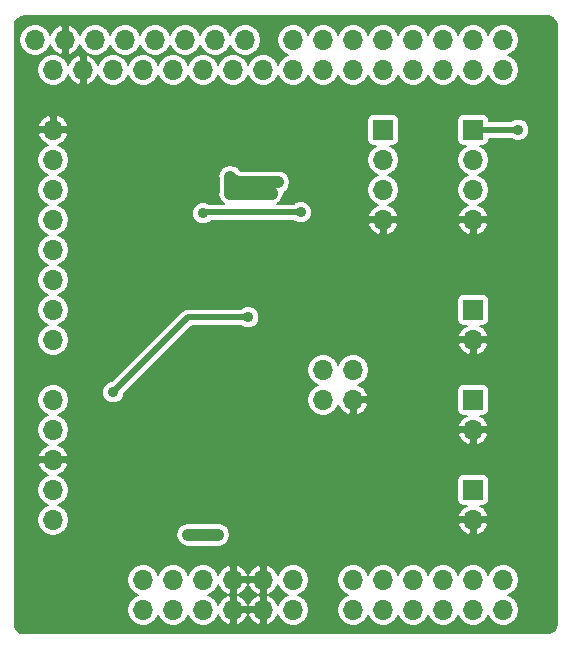
<source format=gbr>
G04 #@! TF.GenerationSoftware,KiCad,Pcbnew,(5.0.1)-4*
G04 #@! TF.CreationDate,2020-05-01T14:19:44+02:00*
G04 #@! TF.ProjectId,freqcounter,66726571636F756E7465722E6B696361,1*
G04 #@! TF.SameCoordinates,Original*
G04 #@! TF.FileFunction,Copper,L2,Bot,Signal*
G04 #@! TF.FilePolarity,Positive*
%FSLAX46Y46*%
G04 Gerber Fmt 4.6, Leading zero omitted, Abs format (unit mm)*
G04 Created by KiCad (PCBNEW (5.0.1)-4) date 01/05/2020 14:19:44*
%MOMM*%
%LPD*%
G01*
G04 APERTURE LIST*
G04 #@! TA.AperFunction,ComponentPad*
%ADD10O,1.700000X1.700000*%
G04 #@! TD*
G04 #@! TA.AperFunction,ComponentPad*
%ADD11R,1.700000X1.700000*%
G04 #@! TD*
G04 #@! TA.AperFunction,ViaPad*
%ADD12C,0.800000*%
G04 #@! TD*
G04 #@! TA.AperFunction,ViaPad*
%ADD13C,0.914400*%
G04 #@! TD*
G04 #@! TA.AperFunction,Conductor*
%ADD14C,0.508000*%
G04 #@! TD*
G04 #@! TA.AperFunction,Conductor*
%ADD15C,1.016000*%
G04 #@! TD*
G04 #@! TA.AperFunction,Conductor*
%ADD16C,0.203200*%
G04 #@! TD*
G04 APERTURE END LIST*
D10*
G04 #@! TO.P,J1,1*
G04 #@! TO.N,MCLR*
X124460000Y-90170000D03*
G04 #@! TO.P,J1,2*
G04 #@! TO.N,5V*
X124460000Y-92710000D03*
G04 #@! TO.P,J1,3*
G04 #@! TO.N,GND*
X124460000Y-95250000D03*
G04 #@! TO.P,J1,4*
G04 #@! TO.N,ICSPDAT*
X124460000Y-97790000D03*
G04 #@! TO.P,J1,5*
G04 #@! TO.N,ICSPCLK*
X124460000Y-100330000D03*
G04 #@! TD*
G04 #@! TO.P,J15,8*
G04 #@! TO.N,GND*
X124460000Y-67310000D03*
G04 #@! TO.P,J15,7*
G04 #@! TO.N,P0*
X124460000Y-69850000D03*
G04 #@! TO.P,J15,6*
G04 #@! TO.N,P1*
X124460000Y-72390000D03*
G04 #@! TO.P,J15,5*
G04 #@! TO.N,P2*
X124460000Y-74930000D03*
G04 #@! TO.P,J15,4*
G04 #@! TO.N,P3*
X124460000Y-77470000D03*
G04 #@! TO.P,J15,3*
G04 #@! TO.N,ICSPCLK*
X124460000Y-80010000D03*
G04 #@! TO.P,J15,2*
G04 #@! TO.N,ICSPDAT*
X124460000Y-82550000D03*
G04 #@! TO.P,J15,1*
G04 #@! TO.N,5V*
X124460000Y-85090000D03*
G04 #@! TD*
G04 #@! TO.P,J3,6*
G04 #@! TO.N,Vin*
X144780000Y-105410000D03*
G04 #@! TO.P,J3,5*
G04 #@! TO.N,GND*
X142240000Y-105410000D03*
G04 #@! TO.P,J3,4*
X139700000Y-105410000D03*
G04 #@! TO.P,J3,3*
G04 #@! TO.N,5V*
X137160000Y-105410000D03*
G04 #@! TO.P,J3,2*
G04 #@! TO.N,3.3V*
X134620000Y-105410000D03*
G04 #@! TO.P,J3,1*
G04 #@! TO.N,Reset*
X132080000Y-105410000D03*
G04 #@! TD*
G04 #@! TO.P,J9,8*
G04 #@! TO.N,ARD_RX*
X162560000Y-59690000D03*
G04 #@! TO.P,J9,7*
G04 #@! TO.N,ARD_TX*
X160020000Y-59690000D03*
G04 #@! TO.P,J9,6*
G04 #@! TO.N,Net-(J8-Pad6)*
X157480000Y-59690000D03*
G04 #@! TO.P,J9,5*
G04 #@! TO.N,Net-(J8-Pad5)*
X154940000Y-59690000D03*
G04 #@! TO.P,J9,4*
G04 #@! TO.N,Net-(J8-Pad4)*
X152400000Y-59690000D03*
G04 #@! TO.P,J9,3*
G04 #@! TO.N,Net-(J8-Pad3)*
X149860000Y-59690000D03*
G04 #@! TO.P,J9,2*
G04 #@! TO.N,Net-(J8-Pad2)*
X147320000Y-59690000D03*
G04 #@! TO.P,J9,1*
G04 #@! TO.N,Net-(J8-Pad1)*
X144780000Y-59690000D03*
G04 #@! TD*
G04 #@! TO.P,J4,8*
G04 #@! TO.N,Net-(J4-Pad8)*
X140716000Y-59690000D03*
G04 #@! TO.P,J4,7*
G04 #@! TO.N,Net-(J4-Pad7)*
X138176000Y-59690000D03*
G04 #@! TO.P,J4,6*
G04 #@! TO.N,Net-(J4-Pad6)*
X135636000Y-59690000D03*
G04 #@! TO.P,J4,5*
G04 #@! TO.N,Net-(J4-Pad5)*
X133096000Y-59690000D03*
G04 #@! TO.P,J4,4*
G04 #@! TO.N,Net-(J4-Pad4)*
X130556000Y-59690000D03*
G04 #@! TO.P,J4,3*
G04 #@! TO.N,Net-(J4-Pad3)*
X128016000Y-59690000D03*
G04 #@! TO.P,J4,2*
G04 #@! TO.N,GND*
X125476000Y-59690000D03*
G04 #@! TO.P,J4,1*
G04 #@! TO.N,Net-(J4-Pad1)*
X122936000Y-59690000D03*
G04 #@! TD*
G04 #@! TO.P,J2,6*
G04 #@! TO.N,Vin*
X144780000Y-107950000D03*
G04 #@! TO.P,J2,5*
G04 #@! TO.N,GND*
X142240000Y-107950000D03*
G04 #@! TO.P,J2,4*
X139700000Y-107950000D03*
G04 #@! TO.P,J2,3*
G04 #@! TO.N,5V*
X137160000Y-107950000D03*
G04 #@! TO.P,J2,2*
G04 #@! TO.N,3.3V*
X134620000Y-107950000D03*
G04 #@! TO.P,J2,1*
G04 #@! TO.N,Reset*
X132080000Y-107950000D03*
G04 #@! TD*
G04 #@! TO.P,J7,1*
G04 #@! TO.N,Net-(J6-Pad1)*
X149860000Y-107950000D03*
G04 #@! TO.P,J7,2*
G04 #@! TO.N,Net-(J6-Pad2)*
X152400000Y-107950000D03*
G04 #@! TO.P,J7,3*
G04 #@! TO.N,Net-(J6-Pad3)*
X154940000Y-107950000D03*
G04 #@! TO.P,J7,4*
G04 #@! TO.N,Net-(J6-Pad4)*
X157480000Y-107950000D03*
G04 #@! TO.P,J7,5*
G04 #@! TO.N,SDA*
X160020000Y-107950000D03*
G04 #@! TO.P,J7,6*
G04 #@! TO.N,SCL*
X162560000Y-107950000D03*
G04 #@! TD*
D11*
G04 #@! TO.P,J10,1*
G04 #@! TO.N,INPUT_A*
X160020000Y-97790000D03*
D10*
G04 #@! TO.P,J10,2*
G04 #@! TO.N,GND*
X160020000Y-100330000D03*
G04 #@! TD*
G04 #@! TO.P,J11,2*
G04 #@! TO.N,GND*
X160020000Y-92710000D03*
D11*
G04 #@! TO.P,J11,1*
G04 #@! TO.N,INPUT_B*
X160020000Y-90170000D03*
G04 #@! TD*
G04 #@! TO.P,J12,1*
G04 #@! TO.N,INPUT_ZCD*
X160020000Y-82550000D03*
D10*
G04 #@! TO.P,J12,2*
G04 #@! TO.N,GND*
X160020000Y-85090000D03*
G04 #@! TD*
D11*
G04 #@! TO.P,J13,1*
G04 #@! TO.N,SCL*
X160020000Y-67310000D03*
D10*
G04 #@! TO.P,J13,2*
G04 #@! TO.N,SDA*
X160020000Y-69850000D03*
G04 #@! TO.P,J13,3*
G04 #@! TO.N,5V*
X160020000Y-72390000D03*
G04 #@! TO.P,J13,4*
G04 #@! TO.N,GND*
X160020000Y-74930000D03*
G04 #@! TD*
G04 #@! TO.P,J14,4*
G04 #@! TO.N,GND*
X152400000Y-74930000D03*
G04 #@! TO.P,J14,3*
G04 #@! TO.N,5V*
X152400000Y-72390000D03*
G04 #@! TO.P,J14,2*
G04 #@! TO.N,SDA*
X152400000Y-69850000D03*
D11*
G04 #@! TO.P,J14,1*
G04 #@! TO.N,SCL*
X152400000Y-67310000D03*
G04 #@! TD*
D10*
G04 #@! TO.P,J5,1*
G04 #@! TO.N,Net-(J4-Pad1)*
X124460000Y-62230000D03*
G04 #@! TO.P,J5,2*
G04 #@! TO.N,GND*
X127000000Y-62230000D03*
G04 #@! TO.P,J5,3*
G04 #@! TO.N,Net-(J4-Pad3)*
X129540000Y-62230000D03*
G04 #@! TO.P,J5,4*
G04 #@! TO.N,Net-(J4-Pad4)*
X132080000Y-62230000D03*
G04 #@! TO.P,J5,5*
G04 #@! TO.N,Net-(J4-Pad5)*
X134620000Y-62230000D03*
G04 #@! TO.P,J5,6*
G04 #@! TO.N,Net-(J4-Pad6)*
X137160000Y-62230000D03*
G04 #@! TO.P,J5,7*
G04 #@! TO.N,Net-(J4-Pad7)*
X139700000Y-62230000D03*
G04 #@! TO.P,J5,8*
G04 #@! TO.N,Net-(J4-Pad8)*
X142240000Y-62230000D03*
G04 #@! TD*
G04 #@! TO.P,J6,1*
G04 #@! TO.N,Net-(J6-Pad1)*
X149860000Y-105410000D03*
G04 #@! TO.P,J6,2*
G04 #@! TO.N,Net-(J6-Pad2)*
X152400000Y-105410000D03*
G04 #@! TO.P,J6,3*
G04 #@! TO.N,Net-(J6-Pad3)*
X154940000Y-105410000D03*
G04 #@! TO.P,J6,4*
G04 #@! TO.N,Net-(J6-Pad4)*
X157480000Y-105410000D03*
G04 #@! TO.P,J6,5*
G04 #@! TO.N,SDA*
X160020000Y-105410000D03*
G04 #@! TO.P,J6,6*
G04 #@! TO.N,SCL*
X162560000Y-105410000D03*
G04 #@! TD*
G04 #@! TO.P,J8,8*
G04 #@! TO.N,ARD_RX*
X162560000Y-62230000D03*
G04 #@! TO.P,J8,7*
G04 #@! TO.N,ARD_TX*
X160020000Y-62230000D03*
G04 #@! TO.P,J8,6*
G04 #@! TO.N,Net-(J8-Pad6)*
X157480000Y-62230000D03*
G04 #@! TO.P,J8,5*
G04 #@! TO.N,Net-(J8-Pad5)*
X154940000Y-62230000D03*
G04 #@! TO.P,J8,4*
G04 #@! TO.N,Net-(J8-Pad4)*
X152400000Y-62230000D03*
G04 #@! TO.P,J8,3*
G04 #@! TO.N,Net-(J8-Pad3)*
X149860000Y-62230000D03*
G04 #@! TO.P,J8,2*
G04 #@! TO.N,Net-(J8-Pad2)*
X147320000Y-62230000D03*
G04 #@! TO.P,J8,1*
G04 #@! TO.N,Net-(J8-Pad1)*
X144780000Y-62230000D03*
G04 #@! TD*
G04 #@! TO.P,J16,1*
G04 #@! TO.N,GND*
X149860000Y-90170000D03*
G04 #@! TO.P,J16,2*
G04 #@! TO.N,32MHz*
X149860000Y-87630000D03*
G04 #@! TD*
G04 #@! TO.P,JP1,2*
G04 #@! TO.N,32MHz*
X147320000Y-87630000D03*
G04 #@! TO.P,JP1,1*
G04 #@! TO.N,Net-(C4-Pad2)*
X147320000Y-90170000D03*
G04 #@! TD*
D12*
G04 #@! TO.N,GND*
X136525000Y-92710000D03*
X137405000Y-87875000D03*
X136525000Y-86995000D03*
X155575000Y-82305000D03*
X153035000Y-82305000D03*
X154305000Y-82550000D03*
D13*
G04 #@! TO.N,MCLR*
X129540000Y-89535000D03*
X140970000Y-83185000D03*
G04 #@! TO.N,5V*
X139455000Y-72698000D03*
X139455000Y-71281570D03*
X143002000Y-72644000D03*
X143510022Y-71754996D03*
G04 #@! TO.N,3.3V*
X135890000Y-101600000D03*
X138430000Y-101600000D03*
G04 #@! TO.N,SCL*
X163830000Y-67310000D03*
G04 #@! TO.N,Net-(R1-Pad2)*
X145415012Y-74295000D03*
X137160000Y-74378432D03*
D12*
G04 #@! TO.N,GND*
X149860000Y-101600000D03*
X151002992Y-101600000D03*
G04 #@! TD*
D14*
G04 #@! TO.N,MCLR*
X129540000Y-89535000D02*
X135890000Y-83185000D01*
X140251580Y-83185000D02*
X140970000Y-83185000D01*
X135890000Y-83185000D02*
X140251580Y-83185000D01*
D15*
G04 #@! TO.N,5V*
X142948000Y-72698000D02*
X143002000Y-72644000D01*
X139455000Y-72698000D02*
X142948000Y-72698000D01*
X143510022Y-71754996D02*
X139928426Y-71754996D01*
X139928426Y-71754996D02*
X139455000Y-71281570D01*
X139455000Y-72698000D02*
X139455000Y-71281570D01*
G04 #@! TO.N,3.3V*
X135890000Y-101600000D02*
X138430000Y-101600000D01*
D14*
G04 #@! TO.N,SCL*
X163830000Y-67310000D02*
X160020000Y-67310000D01*
G04 #@! TO.N,Net-(R1-Pad2)*
X145415012Y-74295000D02*
X137243432Y-74295000D01*
X137243432Y-74295000D02*
X137160000Y-74378432D01*
G04 #@! TD*
D16*
G04 #@! TO.N,GND*
G36*
X166610714Y-57758646D02*
X166822392Y-57880859D01*
X166979508Y-58068102D01*
X167071626Y-58321194D01*
X167082401Y-58444354D01*
X167082400Y-109171216D01*
X167031354Y-109460714D01*
X166909141Y-109672392D01*
X166721899Y-109829506D01*
X166468805Y-109921626D01*
X166345657Y-109932400D01*
X121968784Y-109932400D01*
X121679286Y-109881354D01*
X121467608Y-109759141D01*
X121310494Y-109571899D01*
X121218374Y-109318805D01*
X121207600Y-109195657D01*
X121207600Y-105410000D01*
X130721293Y-105410000D01*
X130824718Y-105929955D01*
X131119249Y-106370751D01*
X131560045Y-106665282D01*
X131634038Y-106680000D01*
X131560045Y-106694718D01*
X131119249Y-106989249D01*
X130824718Y-107430045D01*
X130721293Y-107950000D01*
X130824718Y-108469955D01*
X131119249Y-108910751D01*
X131560045Y-109205282D01*
X131948751Y-109282600D01*
X132211249Y-109282600D01*
X132599955Y-109205282D01*
X133040751Y-108910751D01*
X133335282Y-108469955D01*
X133350000Y-108395962D01*
X133364718Y-108469955D01*
X133659249Y-108910751D01*
X134100045Y-109205282D01*
X134488751Y-109282600D01*
X134751249Y-109282600D01*
X135139955Y-109205282D01*
X135580751Y-108910751D01*
X135875282Y-108469955D01*
X135890000Y-108395962D01*
X135904718Y-108469955D01*
X136199249Y-108910751D01*
X136640045Y-109205282D01*
X137028751Y-109282600D01*
X137291249Y-109282600D01*
X137679955Y-109205282D01*
X138120751Y-108910751D01*
X138415282Y-108469955D01*
X138435263Y-108369504D01*
X138691574Y-108821177D01*
X139101721Y-109140771D01*
X139281048Y-109215030D01*
X139484100Y-109142564D01*
X139484100Y-108165900D01*
X139915900Y-108165900D01*
X139915900Y-109142564D01*
X140118952Y-109215030D01*
X140298279Y-109140771D01*
X140708426Y-108821177D01*
X140965049Y-108368955D01*
X140974951Y-108368955D01*
X141231574Y-108821177D01*
X141641721Y-109140771D01*
X141821048Y-109215030D01*
X142024100Y-109142564D01*
X142024100Y-108165900D01*
X141045637Y-108165900D01*
X140974951Y-108368955D01*
X140965049Y-108368955D01*
X140894363Y-108165900D01*
X139915900Y-108165900D01*
X139484100Y-108165900D01*
X139464100Y-108165900D01*
X139464100Y-107734100D01*
X139484100Y-107734100D01*
X139484100Y-106757436D01*
X139915900Y-106757436D01*
X139915900Y-107734100D01*
X140894363Y-107734100D01*
X140965049Y-107531045D01*
X140974951Y-107531045D01*
X141045637Y-107734100D01*
X142024100Y-107734100D01*
X142024100Y-106757436D01*
X141821048Y-106684970D01*
X141641721Y-106759229D01*
X141231574Y-107078823D01*
X140974951Y-107531045D01*
X140965049Y-107531045D01*
X140708426Y-107078823D01*
X140298279Y-106759229D01*
X140118952Y-106684970D01*
X139915900Y-106757436D01*
X139484100Y-106757436D01*
X139281048Y-106684970D01*
X139101721Y-106759229D01*
X138691574Y-107078823D01*
X138435263Y-107530496D01*
X138415282Y-107430045D01*
X138120751Y-106989249D01*
X137679955Y-106694718D01*
X137605962Y-106680000D01*
X137679955Y-106665282D01*
X138120751Y-106370751D01*
X138415282Y-105929955D01*
X138435263Y-105829504D01*
X138691574Y-106281177D01*
X139101721Y-106600771D01*
X139281048Y-106675030D01*
X139484100Y-106602564D01*
X139484100Y-105625900D01*
X139915900Y-105625900D01*
X139915900Y-106602564D01*
X140118952Y-106675030D01*
X140298279Y-106600771D01*
X140708426Y-106281177D01*
X140965049Y-105828955D01*
X140974951Y-105828955D01*
X141231574Y-106281177D01*
X141641721Y-106600771D01*
X141821048Y-106675030D01*
X142024100Y-106602564D01*
X142024100Y-105625900D01*
X141045637Y-105625900D01*
X140974951Y-105828955D01*
X140965049Y-105828955D01*
X140894363Y-105625900D01*
X139915900Y-105625900D01*
X139484100Y-105625900D01*
X139464100Y-105625900D01*
X139464100Y-105194100D01*
X139484100Y-105194100D01*
X139484100Y-104217436D01*
X139915900Y-104217436D01*
X139915900Y-105194100D01*
X140894363Y-105194100D01*
X140965049Y-104991045D01*
X140974951Y-104991045D01*
X141045637Y-105194100D01*
X142024100Y-105194100D01*
X142024100Y-104217436D01*
X142455900Y-104217436D01*
X142455900Y-105194100D01*
X142475900Y-105194100D01*
X142475900Y-105625900D01*
X142455900Y-105625900D01*
X142455900Y-106602564D01*
X142658952Y-106675030D01*
X142838279Y-106600771D01*
X143248426Y-106281177D01*
X143504737Y-105829504D01*
X143524718Y-105929955D01*
X143819249Y-106370751D01*
X144260045Y-106665282D01*
X144334038Y-106680000D01*
X144260045Y-106694718D01*
X143819249Y-106989249D01*
X143524718Y-107430045D01*
X143504737Y-107530496D01*
X143248426Y-107078823D01*
X142838279Y-106759229D01*
X142658952Y-106684970D01*
X142455900Y-106757436D01*
X142455900Y-107734100D01*
X142475900Y-107734100D01*
X142475900Y-108165900D01*
X142455900Y-108165900D01*
X142455900Y-109142564D01*
X142658952Y-109215030D01*
X142838279Y-109140771D01*
X143248426Y-108821177D01*
X143504737Y-108369504D01*
X143524718Y-108469955D01*
X143819249Y-108910751D01*
X144260045Y-109205282D01*
X144648751Y-109282600D01*
X144911249Y-109282600D01*
X145299955Y-109205282D01*
X145740751Y-108910751D01*
X146035282Y-108469955D01*
X146138707Y-107950000D01*
X146035282Y-107430045D01*
X145740751Y-106989249D01*
X145299955Y-106694718D01*
X145225962Y-106680000D01*
X145299955Y-106665282D01*
X145740751Y-106370751D01*
X146035282Y-105929955D01*
X146138707Y-105410000D01*
X148501293Y-105410000D01*
X148604718Y-105929955D01*
X148899249Y-106370751D01*
X149340045Y-106665282D01*
X149414038Y-106680000D01*
X149340045Y-106694718D01*
X148899249Y-106989249D01*
X148604718Y-107430045D01*
X148501293Y-107950000D01*
X148604718Y-108469955D01*
X148899249Y-108910751D01*
X149340045Y-109205282D01*
X149728751Y-109282600D01*
X149991249Y-109282600D01*
X150379955Y-109205282D01*
X150820751Y-108910751D01*
X151115282Y-108469955D01*
X151130000Y-108395962D01*
X151144718Y-108469955D01*
X151439249Y-108910751D01*
X151880045Y-109205282D01*
X152268751Y-109282600D01*
X152531249Y-109282600D01*
X152919955Y-109205282D01*
X153360751Y-108910751D01*
X153655282Y-108469955D01*
X153670000Y-108395962D01*
X153684718Y-108469955D01*
X153979249Y-108910751D01*
X154420045Y-109205282D01*
X154808751Y-109282600D01*
X155071249Y-109282600D01*
X155459955Y-109205282D01*
X155900751Y-108910751D01*
X156195282Y-108469955D01*
X156210000Y-108395962D01*
X156224718Y-108469955D01*
X156519249Y-108910751D01*
X156960045Y-109205282D01*
X157348751Y-109282600D01*
X157611249Y-109282600D01*
X157999955Y-109205282D01*
X158440751Y-108910751D01*
X158735282Y-108469955D01*
X158750000Y-108395962D01*
X158764718Y-108469955D01*
X159059249Y-108910751D01*
X159500045Y-109205282D01*
X159888751Y-109282600D01*
X160151249Y-109282600D01*
X160539955Y-109205282D01*
X160980751Y-108910751D01*
X161275282Y-108469955D01*
X161290000Y-108395962D01*
X161304718Y-108469955D01*
X161599249Y-108910751D01*
X162040045Y-109205282D01*
X162428751Y-109282600D01*
X162691249Y-109282600D01*
X163079955Y-109205282D01*
X163520751Y-108910751D01*
X163815282Y-108469955D01*
X163918707Y-107950000D01*
X163815282Y-107430045D01*
X163520751Y-106989249D01*
X163079955Y-106694718D01*
X163005962Y-106680000D01*
X163079955Y-106665282D01*
X163520751Y-106370751D01*
X163815282Y-105929955D01*
X163918707Y-105410000D01*
X163815282Y-104890045D01*
X163520751Y-104449249D01*
X163079955Y-104154718D01*
X162691249Y-104077400D01*
X162428751Y-104077400D01*
X162040045Y-104154718D01*
X161599249Y-104449249D01*
X161304718Y-104890045D01*
X161290000Y-104964038D01*
X161275282Y-104890045D01*
X160980751Y-104449249D01*
X160539955Y-104154718D01*
X160151249Y-104077400D01*
X159888751Y-104077400D01*
X159500045Y-104154718D01*
X159059249Y-104449249D01*
X158764718Y-104890045D01*
X158750000Y-104964038D01*
X158735282Y-104890045D01*
X158440751Y-104449249D01*
X157999955Y-104154718D01*
X157611249Y-104077400D01*
X157348751Y-104077400D01*
X156960045Y-104154718D01*
X156519249Y-104449249D01*
X156224718Y-104890045D01*
X156210000Y-104964038D01*
X156195282Y-104890045D01*
X155900751Y-104449249D01*
X155459955Y-104154718D01*
X155071249Y-104077400D01*
X154808751Y-104077400D01*
X154420045Y-104154718D01*
X153979249Y-104449249D01*
X153684718Y-104890045D01*
X153670000Y-104964038D01*
X153655282Y-104890045D01*
X153360751Y-104449249D01*
X152919955Y-104154718D01*
X152531249Y-104077400D01*
X152268751Y-104077400D01*
X151880045Y-104154718D01*
X151439249Y-104449249D01*
X151144718Y-104890045D01*
X151130000Y-104964038D01*
X151115282Y-104890045D01*
X150820751Y-104449249D01*
X150379955Y-104154718D01*
X149991249Y-104077400D01*
X149728751Y-104077400D01*
X149340045Y-104154718D01*
X148899249Y-104449249D01*
X148604718Y-104890045D01*
X148501293Y-105410000D01*
X146138707Y-105410000D01*
X146035282Y-104890045D01*
X145740751Y-104449249D01*
X145299955Y-104154718D01*
X144911249Y-104077400D01*
X144648751Y-104077400D01*
X144260045Y-104154718D01*
X143819249Y-104449249D01*
X143524718Y-104890045D01*
X143504737Y-104990496D01*
X143248426Y-104538823D01*
X142838279Y-104219229D01*
X142658952Y-104144970D01*
X142455900Y-104217436D01*
X142024100Y-104217436D01*
X141821048Y-104144970D01*
X141641721Y-104219229D01*
X141231574Y-104538823D01*
X140974951Y-104991045D01*
X140965049Y-104991045D01*
X140708426Y-104538823D01*
X140298279Y-104219229D01*
X140118952Y-104144970D01*
X139915900Y-104217436D01*
X139484100Y-104217436D01*
X139281048Y-104144970D01*
X139101721Y-104219229D01*
X138691574Y-104538823D01*
X138435263Y-104990496D01*
X138415282Y-104890045D01*
X138120751Y-104449249D01*
X137679955Y-104154718D01*
X137291249Y-104077400D01*
X137028751Y-104077400D01*
X136640045Y-104154718D01*
X136199249Y-104449249D01*
X135904718Y-104890045D01*
X135890000Y-104964038D01*
X135875282Y-104890045D01*
X135580751Y-104449249D01*
X135139955Y-104154718D01*
X134751249Y-104077400D01*
X134488751Y-104077400D01*
X134100045Y-104154718D01*
X133659249Y-104449249D01*
X133364718Y-104890045D01*
X133350000Y-104964038D01*
X133335282Y-104890045D01*
X133040751Y-104449249D01*
X132599955Y-104154718D01*
X132211249Y-104077400D01*
X131948751Y-104077400D01*
X131560045Y-104154718D01*
X131119249Y-104449249D01*
X130824718Y-104890045D01*
X130721293Y-105410000D01*
X121207600Y-105410000D01*
X121207600Y-97790000D01*
X123101293Y-97790000D01*
X123204718Y-98309955D01*
X123499249Y-98750751D01*
X123940045Y-99045282D01*
X124014038Y-99060000D01*
X123940045Y-99074718D01*
X123499249Y-99369249D01*
X123204718Y-99810045D01*
X123101293Y-100330000D01*
X123204718Y-100849955D01*
X123499249Y-101290751D01*
X123940045Y-101585282D01*
X124328751Y-101662600D01*
X124591249Y-101662600D01*
X124905962Y-101600000D01*
X134879993Y-101600000D01*
X134956875Y-101986513D01*
X135175817Y-102314183D01*
X135503487Y-102533125D01*
X135792434Y-102590600D01*
X138527566Y-102590600D01*
X138816513Y-102533125D01*
X139144183Y-102314183D01*
X139363125Y-101986513D01*
X139440007Y-101600000D01*
X139363125Y-101213487D01*
X139144183Y-100885817D01*
X138939350Y-100748952D01*
X158754970Y-100748952D01*
X158829229Y-100928279D01*
X159148823Y-101338426D01*
X159601045Y-101595049D01*
X159804100Y-101524363D01*
X159804100Y-100545900D01*
X160235900Y-100545900D01*
X160235900Y-101524363D01*
X160438955Y-101595049D01*
X160891177Y-101338426D01*
X161210771Y-100928279D01*
X161285030Y-100748952D01*
X161212564Y-100545900D01*
X160235900Y-100545900D01*
X159804100Y-100545900D01*
X158827436Y-100545900D01*
X158754970Y-100748952D01*
X138939350Y-100748952D01*
X138816513Y-100666875D01*
X138527566Y-100609400D01*
X135792434Y-100609400D01*
X135503487Y-100666875D01*
X135175817Y-100885817D01*
X134956875Y-101213487D01*
X134879993Y-101600000D01*
X124905962Y-101600000D01*
X124979955Y-101585282D01*
X125420751Y-101290751D01*
X125715282Y-100849955D01*
X125818707Y-100330000D01*
X125715282Y-99810045D01*
X125420751Y-99369249D01*
X124979955Y-99074718D01*
X124905962Y-99060000D01*
X124979955Y-99045282D01*
X125420751Y-98750751D01*
X125715282Y-98309955D01*
X125818707Y-97790000D01*
X125715282Y-97270045D01*
X125494753Y-96940000D01*
X158677946Y-96940000D01*
X158677946Y-98640000D01*
X158715401Y-98828301D01*
X158822065Y-98987935D01*
X158981699Y-99094599D01*
X159170000Y-99132054D01*
X159482796Y-99132054D01*
X159148823Y-99321574D01*
X158829229Y-99731721D01*
X158754970Y-99911048D01*
X158827436Y-100114100D01*
X159804100Y-100114100D01*
X159804100Y-100094100D01*
X160235900Y-100094100D01*
X160235900Y-100114100D01*
X161212564Y-100114100D01*
X161285030Y-99911048D01*
X161210771Y-99731721D01*
X160891177Y-99321574D01*
X160557204Y-99132054D01*
X160870000Y-99132054D01*
X161058301Y-99094599D01*
X161217935Y-98987935D01*
X161324599Y-98828301D01*
X161362054Y-98640000D01*
X161362054Y-96940000D01*
X161324599Y-96751699D01*
X161217935Y-96592065D01*
X161058301Y-96485401D01*
X160870000Y-96447946D01*
X159170000Y-96447946D01*
X158981699Y-96485401D01*
X158822065Y-96592065D01*
X158715401Y-96751699D01*
X158677946Y-96940000D01*
X125494753Y-96940000D01*
X125420751Y-96829249D01*
X124979955Y-96534718D01*
X124879504Y-96514737D01*
X125331177Y-96258426D01*
X125650771Y-95848279D01*
X125725030Y-95668952D01*
X125652564Y-95465900D01*
X124675900Y-95465900D01*
X124675900Y-95485900D01*
X124244100Y-95485900D01*
X124244100Y-95465900D01*
X123267436Y-95465900D01*
X123194970Y-95668952D01*
X123269229Y-95848279D01*
X123588823Y-96258426D01*
X124040496Y-96514737D01*
X123940045Y-96534718D01*
X123499249Y-96829249D01*
X123204718Y-97270045D01*
X123101293Y-97790000D01*
X121207600Y-97790000D01*
X121207600Y-90170000D01*
X123101293Y-90170000D01*
X123204718Y-90689955D01*
X123499249Y-91130751D01*
X123940045Y-91425282D01*
X124014038Y-91440000D01*
X123940045Y-91454718D01*
X123499249Y-91749249D01*
X123204718Y-92190045D01*
X123101293Y-92710000D01*
X123204718Y-93229955D01*
X123499249Y-93670751D01*
X123940045Y-93965282D01*
X124040496Y-93985263D01*
X123588823Y-94241574D01*
X123269229Y-94651721D01*
X123194970Y-94831048D01*
X123267436Y-95034100D01*
X124244100Y-95034100D01*
X124244100Y-95014100D01*
X124675900Y-95014100D01*
X124675900Y-95034100D01*
X125652564Y-95034100D01*
X125725030Y-94831048D01*
X125650771Y-94651721D01*
X125331177Y-94241574D01*
X124879504Y-93985263D01*
X124979955Y-93965282D01*
X125420751Y-93670751D01*
X125715282Y-93229955D01*
X125735372Y-93128952D01*
X158754970Y-93128952D01*
X158829229Y-93308279D01*
X159148823Y-93718426D01*
X159601045Y-93975049D01*
X159804100Y-93904363D01*
X159804100Y-92925900D01*
X160235900Y-92925900D01*
X160235900Y-93904363D01*
X160438955Y-93975049D01*
X160891177Y-93718426D01*
X161210771Y-93308279D01*
X161285030Y-93128952D01*
X161212564Y-92925900D01*
X160235900Y-92925900D01*
X159804100Y-92925900D01*
X158827436Y-92925900D01*
X158754970Y-93128952D01*
X125735372Y-93128952D01*
X125818707Y-92710000D01*
X125715282Y-92190045D01*
X125420751Y-91749249D01*
X124979955Y-91454718D01*
X124905962Y-91440000D01*
X124979955Y-91425282D01*
X125420751Y-91130751D01*
X125715282Y-90689955D01*
X125818707Y-90170000D01*
X125715282Y-89650045D01*
X125513504Y-89348062D01*
X128600200Y-89348062D01*
X128600200Y-89721938D01*
X128743276Y-90067354D01*
X129007646Y-90331724D01*
X129353062Y-90474800D01*
X129726938Y-90474800D01*
X130072354Y-90331724D01*
X130336724Y-90067354D01*
X130479800Y-89721938D01*
X130479800Y-89636909D01*
X132486709Y-87630000D01*
X145961293Y-87630000D01*
X146064718Y-88149955D01*
X146359249Y-88590751D01*
X146800045Y-88885282D01*
X146874038Y-88900000D01*
X146800045Y-88914718D01*
X146359249Y-89209249D01*
X146064718Y-89650045D01*
X145961293Y-90170000D01*
X146064718Y-90689955D01*
X146359249Y-91130751D01*
X146800045Y-91425282D01*
X147188751Y-91502600D01*
X147451249Y-91502600D01*
X147839955Y-91425282D01*
X148280751Y-91130751D01*
X148575282Y-90689955D01*
X148595242Y-90589609D01*
X148669229Y-90768279D01*
X148988823Y-91178426D01*
X149441045Y-91435049D01*
X149644100Y-91364363D01*
X149644100Y-90385900D01*
X150075900Y-90385900D01*
X150075900Y-91364363D01*
X150278955Y-91435049D01*
X150731177Y-91178426D01*
X151050771Y-90768279D01*
X151125030Y-90588952D01*
X151052564Y-90385900D01*
X150075900Y-90385900D01*
X149644100Y-90385900D01*
X149624100Y-90385900D01*
X149624100Y-89954100D01*
X149644100Y-89954100D01*
X149644100Y-89934100D01*
X150075900Y-89934100D01*
X150075900Y-89954100D01*
X151052564Y-89954100D01*
X151125030Y-89751048D01*
X151050771Y-89571721D01*
X150854626Y-89320000D01*
X158677946Y-89320000D01*
X158677946Y-91020000D01*
X158715401Y-91208301D01*
X158822065Y-91367935D01*
X158981699Y-91474599D01*
X159170000Y-91512054D01*
X159482796Y-91512054D01*
X159148823Y-91701574D01*
X158829229Y-92111721D01*
X158754970Y-92291048D01*
X158827436Y-92494100D01*
X159804100Y-92494100D01*
X159804100Y-92474100D01*
X160235900Y-92474100D01*
X160235900Y-92494100D01*
X161212564Y-92494100D01*
X161285030Y-92291048D01*
X161210771Y-92111721D01*
X160891177Y-91701574D01*
X160557204Y-91512054D01*
X160870000Y-91512054D01*
X161058301Y-91474599D01*
X161217935Y-91367935D01*
X161324599Y-91208301D01*
X161362054Y-91020000D01*
X161362054Y-89320000D01*
X161324599Y-89131699D01*
X161217935Y-88972065D01*
X161058301Y-88865401D01*
X160870000Y-88827946D01*
X159170000Y-88827946D01*
X158981699Y-88865401D01*
X158822065Y-88972065D01*
X158715401Y-89131699D01*
X158677946Y-89320000D01*
X150854626Y-89320000D01*
X150731177Y-89161574D01*
X150279504Y-88905263D01*
X150379955Y-88885282D01*
X150820751Y-88590751D01*
X151115282Y-88149955D01*
X151218707Y-87630000D01*
X151115282Y-87110045D01*
X150820751Y-86669249D01*
X150379955Y-86374718D01*
X149991249Y-86297400D01*
X149728751Y-86297400D01*
X149340045Y-86374718D01*
X148899249Y-86669249D01*
X148604718Y-87110045D01*
X148590000Y-87184038D01*
X148575282Y-87110045D01*
X148280751Y-86669249D01*
X147839955Y-86374718D01*
X147451249Y-86297400D01*
X147188751Y-86297400D01*
X146800045Y-86374718D01*
X146359249Y-86669249D01*
X146064718Y-87110045D01*
X145961293Y-87630000D01*
X132486709Y-87630000D01*
X134607757Y-85508952D01*
X158754970Y-85508952D01*
X158829229Y-85688279D01*
X159148823Y-86098426D01*
X159601045Y-86355049D01*
X159804100Y-86284363D01*
X159804100Y-85305900D01*
X160235900Y-85305900D01*
X160235900Y-86284363D01*
X160438955Y-86355049D01*
X160891177Y-86098426D01*
X161210771Y-85688279D01*
X161285030Y-85508952D01*
X161212564Y-85305900D01*
X160235900Y-85305900D01*
X159804100Y-85305900D01*
X158827436Y-85305900D01*
X158754970Y-85508952D01*
X134607757Y-85508952D01*
X136195110Y-83921600D01*
X140377522Y-83921600D01*
X140437646Y-83981724D01*
X140783062Y-84124800D01*
X141156938Y-84124800D01*
X141502354Y-83981724D01*
X141766724Y-83717354D01*
X141909800Y-83371938D01*
X141909800Y-82998062D01*
X141766724Y-82652646D01*
X141502354Y-82388276D01*
X141156938Y-82245200D01*
X140783062Y-82245200D01*
X140437646Y-82388276D01*
X140377522Y-82448400D01*
X135962540Y-82448400D01*
X135889999Y-82433971D01*
X135817459Y-82448400D01*
X135817456Y-82448400D01*
X135602593Y-82491139D01*
X135420441Y-82612849D01*
X135420439Y-82612851D01*
X135358942Y-82653942D01*
X135317851Y-82715439D01*
X129438091Y-88595200D01*
X129353062Y-88595200D01*
X129007646Y-88738276D01*
X128743276Y-89002646D01*
X128600200Y-89348062D01*
X125513504Y-89348062D01*
X125420751Y-89209249D01*
X124979955Y-88914718D01*
X124591249Y-88837400D01*
X124328751Y-88837400D01*
X123940045Y-88914718D01*
X123499249Y-89209249D01*
X123204718Y-89650045D01*
X123101293Y-90170000D01*
X121207600Y-90170000D01*
X121207600Y-69850000D01*
X123101293Y-69850000D01*
X123204718Y-70369955D01*
X123499249Y-70810751D01*
X123940045Y-71105282D01*
X124014038Y-71120000D01*
X123940045Y-71134718D01*
X123499249Y-71429249D01*
X123204718Y-71870045D01*
X123101293Y-72390000D01*
X123204718Y-72909955D01*
X123499249Y-73350751D01*
X123940045Y-73645282D01*
X124014038Y-73660000D01*
X123940045Y-73674718D01*
X123499249Y-73969249D01*
X123204718Y-74410045D01*
X123101293Y-74930000D01*
X123204718Y-75449955D01*
X123499249Y-75890751D01*
X123940045Y-76185282D01*
X124014038Y-76200000D01*
X123940045Y-76214718D01*
X123499249Y-76509249D01*
X123204718Y-76950045D01*
X123101293Y-77470000D01*
X123204718Y-77989955D01*
X123499249Y-78430751D01*
X123940045Y-78725282D01*
X124014038Y-78740000D01*
X123940045Y-78754718D01*
X123499249Y-79049249D01*
X123204718Y-79490045D01*
X123101293Y-80010000D01*
X123204718Y-80529955D01*
X123499249Y-80970751D01*
X123940045Y-81265282D01*
X124014038Y-81280000D01*
X123940045Y-81294718D01*
X123499249Y-81589249D01*
X123204718Y-82030045D01*
X123101293Y-82550000D01*
X123204718Y-83069955D01*
X123499249Y-83510751D01*
X123940045Y-83805282D01*
X124014038Y-83820000D01*
X123940045Y-83834718D01*
X123499249Y-84129249D01*
X123204718Y-84570045D01*
X123101293Y-85090000D01*
X123204718Y-85609955D01*
X123499249Y-86050751D01*
X123940045Y-86345282D01*
X124328751Y-86422600D01*
X124591249Y-86422600D01*
X124979955Y-86345282D01*
X125420751Y-86050751D01*
X125715282Y-85609955D01*
X125818707Y-85090000D01*
X125715282Y-84570045D01*
X125420751Y-84129249D01*
X124979955Y-83834718D01*
X124905962Y-83820000D01*
X124979955Y-83805282D01*
X125420751Y-83510751D01*
X125715282Y-83069955D01*
X125818707Y-82550000D01*
X125715282Y-82030045D01*
X125494753Y-81700000D01*
X158677946Y-81700000D01*
X158677946Y-83400000D01*
X158715401Y-83588301D01*
X158822065Y-83747935D01*
X158981699Y-83854599D01*
X159170000Y-83892054D01*
X159482796Y-83892054D01*
X159148823Y-84081574D01*
X158829229Y-84491721D01*
X158754970Y-84671048D01*
X158827436Y-84874100D01*
X159804100Y-84874100D01*
X159804100Y-84854100D01*
X160235900Y-84854100D01*
X160235900Y-84874100D01*
X161212564Y-84874100D01*
X161285030Y-84671048D01*
X161210771Y-84491721D01*
X160891177Y-84081574D01*
X160557204Y-83892054D01*
X160870000Y-83892054D01*
X161058301Y-83854599D01*
X161217935Y-83747935D01*
X161324599Y-83588301D01*
X161362054Y-83400000D01*
X161362054Y-81700000D01*
X161324599Y-81511699D01*
X161217935Y-81352065D01*
X161058301Y-81245401D01*
X160870000Y-81207946D01*
X159170000Y-81207946D01*
X158981699Y-81245401D01*
X158822065Y-81352065D01*
X158715401Y-81511699D01*
X158677946Y-81700000D01*
X125494753Y-81700000D01*
X125420751Y-81589249D01*
X124979955Y-81294718D01*
X124905962Y-81280000D01*
X124979955Y-81265282D01*
X125420751Y-80970751D01*
X125715282Y-80529955D01*
X125818707Y-80010000D01*
X125715282Y-79490045D01*
X125420751Y-79049249D01*
X124979955Y-78754718D01*
X124905962Y-78740000D01*
X124979955Y-78725282D01*
X125420751Y-78430751D01*
X125715282Y-77989955D01*
X125818707Y-77470000D01*
X125715282Y-76950045D01*
X125420751Y-76509249D01*
X124979955Y-76214718D01*
X124905962Y-76200000D01*
X124979955Y-76185282D01*
X125420751Y-75890751D01*
X125715282Y-75449955D01*
X125735372Y-75348952D01*
X151134970Y-75348952D01*
X151209229Y-75528279D01*
X151528823Y-75938426D01*
X151981045Y-76195049D01*
X152184100Y-76124363D01*
X152184100Y-75145900D01*
X152615900Y-75145900D01*
X152615900Y-76124363D01*
X152818955Y-76195049D01*
X153271177Y-75938426D01*
X153590771Y-75528279D01*
X153665030Y-75348952D01*
X158754970Y-75348952D01*
X158829229Y-75528279D01*
X159148823Y-75938426D01*
X159601045Y-76195049D01*
X159804100Y-76124363D01*
X159804100Y-75145900D01*
X160235900Y-75145900D01*
X160235900Y-76124363D01*
X160438955Y-76195049D01*
X160891177Y-75938426D01*
X161210771Y-75528279D01*
X161285030Y-75348952D01*
X161212564Y-75145900D01*
X160235900Y-75145900D01*
X159804100Y-75145900D01*
X158827436Y-75145900D01*
X158754970Y-75348952D01*
X153665030Y-75348952D01*
X153592564Y-75145900D01*
X152615900Y-75145900D01*
X152184100Y-75145900D01*
X151207436Y-75145900D01*
X151134970Y-75348952D01*
X125735372Y-75348952D01*
X125818707Y-74930000D01*
X125715282Y-74410045D01*
X125569251Y-74191494D01*
X136220200Y-74191494D01*
X136220200Y-74565370D01*
X136363276Y-74910786D01*
X136627646Y-75175156D01*
X136973062Y-75318232D01*
X137346938Y-75318232D01*
X137692354Y-75175156D01*
X137835910Y-75031600D01*
X144822534Y-75031600D01*
X144882658Y-75091724D01*
X145228074Y-75234800D01*
X145601950Y-75234800D01*
X145947366Y-75091724D01*
X146211736Y-74827354D01*
X146354812Y-74481938D01*
X146354812Y-74108062D01*
X146211736Y-73762646D01*
X145947366Y-73498276D01*
X145601950Y-73355200D01*
X145228074Y-73355200D01*
X144882658Y-73498276D01*
X144822534Y-73558400D01*
X143443354Y-73558400D01*
X143662183Y-73412183D01*
X143717452Y-73329467D01*
X143771449Y-73275470D01*
X143935125Y-73030512D01*
X144012007Y-72644000D01*
X144006207Y-72614841D01*
X144224205Y-72469179D01*
X144443147Y-72141509D01*
X144520029Y-71754996D01*
X144443147Y-71368483D01*
X144224205Y-71040813D01*
X143896535Y-70821871D01*
X143607588Y-70764396D01*
X140338745Y-70764396D01*
X140224452Y-70650103D01*
X140169183Y-70567387D01*
X139841513Y-70348445D01*
X139455000Y-70271563D01*
X139068488Y-70348445D01*
X138740818Y-70567387D01*
X138570777Y-70821871D01*
X138521876Y-70895057D01*
X138444993Y-71281570D01*
X138464401Y-71379139D01*
X138464400Y-72600434D01*
X138444993Y-72698000D01*
X138521875Y-73084513D01*
X138702742Y-73355200D01*
X138740817Y-73412183D01*
X138959646Y-73558400D01*
X137636084Y-73558400D01*
X137346938Y-73438632D01*
X136973062Y-73438632D01*
X136627646Y-73581708D01*
X136363276Y-73846078D01*
X136220200Y-74191494D01*
X125569251Y-74191494D01*
X125420751Y-73969249D01*
X124979955Y-73674718D01*
X124905962Y-73660000D01*
X124979955Y-73645282D01*
X125420751Y-73350751D01*
X125715282Y-72909955D01*
X125818707Y-72390000D01*
X125715282Y-71870045D01*
X125420751Y-71429249D01*
X124979955Y-71134718D01*
X124905962Y-71120000D01*
X124979955Y-71105282D01*
X125420751Y-70810751D01*
X125715282Y-70369955D01*
X125818707Y-69850000D01*
X151041293Y-69850000D01*
X151144718Y-70369955D01*
X151439249Y-70810751D01*
X151880045Y-71105282D01*
X151954038Y-71120000D01*
X151880045Y-71134718D01*
X151439249Y-71429249D01*
X151144718Y-71870045D01*
X151041293Y-72390000D01*
X151144718Y-72909955D01*
X151439249Y-73350751D01*
X151880045Y-73645282D01*
X151980496Y-73665263D01*
X151528823Y-73921574D01*
X151209229Y-74331721D01*
X151134970Y-74511048D01*
X151207436Y-74714100D01*
X152184100Y-74714100D01*
X152184100Y-74694100D01*
X152615900Y-74694100D01*
X152615900Y-74714100D01*
X153592564Y-74714100D01*
X153665030Y-74511048D01*
X153590771Y-74331721D01*
X153271177Y-73921574D01*
X152819504Y-73665263D01*
X152919955Y-73645282D01*
X153360751Y-73350751D01*
X153655282Y-72909955D01*
X153758707Y-72390000D01*
X153655282Y-71870045D01*
X153360751Y-71429249D01*
X152919955Y-71134718D01*
X152845962Y-71120000D01*
X152919955Y-71105282D01*
X153360751Y-70810751D01*
X153655282Y-70369955D01*
X153758707Y-69850000D01*
X158661293Y-69850000D01*
X158764718Y-70369955D01*
X159059249Y-70810751D01*
X159500045Y-71105282D01*
X159574038Y-71120000D01*
X159500045Y-71134718D01*
X159059249Y-71429249D01*
X158764718Y-71870045D01*
X158661293Y-72390000D01*
X158764718Y-72909955D01*
X159059249Y-73350751D01*
X159500045Y-73645282D01*
X159600496Y-73665263D01*
X159148823Y-73921574D01*
X158829229Y-74331721D01*
X158754970Y-74511048D01*
X158827436Y-74714100D01*
X159804100Y-74714100D01*
X159804100Y-74694100D01*
X160235900Y-74694100D01*
X160235900Y-74714100D01*
X161212564Y-74714100D01*
X161285030Y-74511048D01*
X161210771Y-74331721D01*
X160891177Y-73921574D01*
X160439504Y-73665263D01*
X160539955Y-73645282D01*
X160980751Y-73350751D01*
X161275282Y-72909955D01*
X161378707Y-72390000D01*
X161275282Y-71870045D01*
X160980751Y-71429249D01*
X160539955Y-71134718D01*
X160465962Y-71120000D01*
X160539955Y-71105282D01*
X160980751Y-70810751D01*
X161275282Y-70369955D01*
X161378707Y-69850000D01*
X161275282Y-69330045D01*
X160980751Y-68889249D01*
X160625764Y-68652054D01*
X160870000Y-68652054D01*
X161058301Y-68614599D01*
X161217935Y-68507935D01*
X161324599Y-68348301D01*
X161362054Y-68160000D01*
X161362054Y-68046600D01*
X163237522Y-68046600D01*
X163297646Y-68106724D01*
X163643062Y-68249800D01*
X164016938Y-68249800D01*
X164362354Y-68106724D01*
X164626724Y-67842354D01*
X164769800Y-67496938D01*
X164769800Y-67123062D01*
X164626724Y-66777646D01*
X164362354Y-66513276D01*
X164016938Y-66370200D01*
X163643062Y-66370200D01*
X163297646Y-66513276D01*
X163237522Y-66573400D01*
X161362054Y-66573400D01*
X161362054Y-66460000D01*
X161324599Y-66271699D01*
X161217935Y-66112065D01*
X161058301Y-66005401D01*
X160870000Y-65967946D01*
X159170000Y-65967946D01*
X158981699Y-66005401D01*
X158822065Y-66112065D01*
X158715401Y-66271699D01*
X158677946Y-66460000D01*
X158677946Y-68160000D01*
X158715401Y-68348301D01*
X158822065Y-68507935D01*
X158981699Y-68614599D01*
X159170000Y-68652054D01*
X159414236Y-68652054D01*
X159059249Y-68889249D01*
X158764718Y-69330045D01*
X158661293Y-69850000D01*
X153758707Y-69850000D01*
X153655282Y-69330045D01*
X153360751Y-68889249D01*
X153005764Y-68652054D01*
X153250000Y-68652054D01*
X153438301Y-68614599D01*
X153597935Y-68507935D01*
X153704599Y-68348301D01*
X153742054Y-68160000D01*
X153742054Y-66460000D01*
X153704599Y-66271699D01*
X153597935Y-66112065D01*
X153438301Y-66005401D01*
X153250000Y-65967946D01*
X151550000Y-65967946D01*
X151361699Y-66005401D01*
X151202065Y-66112065D01*
X151095401Y-66271699D01*
X151057946Y-66460000D01*
X151057946Y-68160000D01*
X151095401Y-68348301D01*
X151202065Y-68507935D01*
X151361699Y-68614599D01*
X151550000Y-68652054D01*
X151794236Y-68652054D01*
X151439249Y-68889249D01*
X151144718Y-69330045D01*
X151041293Y-69850000D01*
X125818707Y-69850000D01*
X125715282Y-69330045D01*
X125420751Y-68889249D01*
X124979955Y-68594718D01*
X124879504Y-68574737D01*
X125331177Y-68318426D01*
X125650771Y-67908279D01*
X125725030Y-67728952D01*
X125652564Y-67525900D01*
X124675900Y-67525900D01*
X124675900Y-67545900D01*
X124244100Y-67545900D01*
X124244100Y-67525900D01*
X123267436Y-67525900D01*
X123194970Y-67728952D01*
X123269229Y-67908279D01*
X123588823Y-68318426D01*
X124040496Y-68574737D01*
X123940045Y-68594718D01*
X123499249Y-68889249D01*
X123204718Y-69330045D01*
X123101293Y-69850000D01*
X121207600Y-69850000D01*
X121207600Y-66891048D01*
X123194970Y-66891048D01*
X123267436Y-67094100D01*
X124244100Y-67094100D01*
X124244100Y-66115637D01*
X124675900Y-66115637D01*
X124675900Y-67094100D01*
X125652564Y-67094100D01*
X125725030Y-66891048D01*
X125650771Y-66711721D01*
X125331177Y-66301574D01*
X124878955Y-66044951D01*
X124675900Y-66115637D01*
X124244100Y-66115637D01*
X124041045Y-66044951D01*
X123588823Y-66301574D01*
X123269229Y-66711721D01*
X123194970Y-66891048D01*
X121207600Y-66891048D01*
X121207600Y-62230000D01*
X123101293Y-62230000D01*
X123204718Y-62749955D01*
X123499249Y-63190751D01*
X123940045Y-63485282D01*
X124328751Y-63562600D01*
X124591249Y-63562600D01*
X124979955Y-63485282D01*
X125420751Y-63190751D01*
X125715282Y-62749955D01*
X125735263Y-62649504D01*
X125991574Y-63101177D01*
X126401721Y-63420771D01*
X126581048Y-63495030D01*
X126784100Y-63422564D01*
X126784100Y-62445900D01*
X126764100Y-62445900D01*
X126764100Y-62014100D01*
X126784100Y-62014100D01*
X126784100Y-61037436D01*
X127215900Y-61037436D01*
X127215900Y-62014100D01*
X127235900Y-62014100D01*
X127235900Y-62445900D01*
X127215900Y-62445900D01*
X127215900Y-63422564D01*
X127418952Y-63495030D01*
X127598279Y-63420771D01*
X128008426Y-63101177D01*
X128264737Y-62649504D01*
X128284718Y-62749955D01*
X128579249Y-63190751D01*
X129020045Y-63485282D01*
X129408751Y-63562600D01*
X129671249Y-63562600D01*
X130059955Y-63485282D01*
X130500751Y-63190751D01*
X130795282Y-62749955D01*
X130810000Y-62675962D01*
X130824718Y-62749955D01*
X131119249Y-63190751D01*
X131560045Y-63485282D01*
X131948751Y-63562600D01*
X132211249Y-63562600D01*
X132599955Y-63485282D01*
X133040751Y-63190751D01*
X133335282Y-62749955D01*
X133350000Y-62675962D01*
X133364718Y-62749955D01*
X133659249Y-63190751D01*
X134100045Y-63485282D01*
X134488751Y-63562600D01*
X134751249Y-63562600D01*
X135139955Y-63485282D01*
X135580751Y-63190751D01*
X135875282Y-62749955D01*
X135890000Y-62675962D01*
X135904718Y-62749955D01*
X136199249Y-63190751D01*
X136640045Y-63485282D01*
X137028751Y-63562600D01*
X137291249Y-63562600D01*
X137679955Y-63485282D01*
X138120751Y-63190751D01*
X138415282Y-62749955D01*
X138430000Y-62675962D01*
X138444718Y-62749955D01*
X138739249Y-63190751D01*
X139180045Y-63485282D01*
X139568751Y-63562600D01*
X139831249Y-63562600D01*
X140219955Y-63485282D01*
X140660751Y-63190751D01*
X140955282Y-62749955D01*
X140970000Y-62675962D01*
X140984718Y-62749955D01*
X141279249Y-63190751D01*
X141720045Y-63485282D01*
X142108751Y-63562600D01*
X142371249Y-63562600D01*
X142759955Y-63485282D01*
X143200751Y-63190751D01*
X143495282Y-62749955D01*
X143510000Y-62675962D01*
X143524718Y-62749955D01*
X143819249Y-63190751D01*
X144260045Y-63485282D01*
X144648751Y-63562600D01*
X144911249Y-63562600D01*
X145299955Y-63485282D01*
X145740751Y-63190751D01*
X146035282Y-62749955D01*
X146050000Y-62675962D01*
X146064718Y-62749955D01*
X146359249Y-63190751D01*
X146800045Y-63485282D01*
X147188751Y-63562600D01*
X147451249Y-63562600D01*
X147839955Y-63485282D01*
X148280751Y-63190751D01*
X148575282Y-62749955D01*
X148590000Y-62675962D01*
X148604718Y-62749955D01*
X148899249Y-63190751D01*
X149340045Y-63485282D01*
X149728751Y-63562600D01*
X149991249Y-63562600D01*
X150379955Y-63485282D01*
X150820751Y-63190751D01*
X151115282Y-62749955D01*
X151130000Y-62675962D01*
X151144718Y-62749955D01*
X151439249Y-63190751D01*
X151880045Y-63485282D01*
X152268751Y-63562600D01*
X152531249Y-63562600D01*
X152919955Y-63485282D01*
X153360751Y-63190751D01*
X153655282Y-62749955D01*
X153670000Y-62675962D01*
X153684718Y-62749955D01*
X153979249Y-63190751D01*
X154420045Y-63485282D01*
X154808751Y-63562600D01*
X155071249Y-63562600D01*
X155459955Y-63485282D01*
X155900751Y-63190751D01*
X156195282Y-62749955D01*
X156210000Y-62675962D01*
X156224718Y-62749955D01*
X156519249Y-63190751D01*
X156960045Y-63485282D01*
X157348751Y-63562600D01*
X157611249Y-63562600D01*
X157999955Y-63485282D01*
X158440751Y-63190751D01*
X158735282Y-62749955D01*
X158750000Y-62675962D01*
X158764718Y-62749955D01*
X159059249Y-63190751D01*
X159500045Y-63485282D01*
X159888751Y-63562600D01*
X160151249Y-63562600D01*
X160539955Y-63485282D01*
X160980751Y-63190751D01*
X161275282Y-62749955D01*
X161290000Y-62675962D01*
X161304718Y-62749955D01*
X161599249Y-63190751D01*
X162040045Y-63485282D01*
X162428751Y-63562600D01*
X162691249Y-63562600D01*
X163079955Y-63485282D01*
X163520751Y-63190751D01*
X163815282Y-62749955D01*
X163918707Y-62230000D01*
X163815282Y-61710045D01*
X163520751Y-61269249D01*
X163079955Y-60974718D01*
X163005962Y-60960000D01*
X163079955Y-60945282D01*
X163520751Y-60650751D01*
X163815282Y-60209955D01*
X163918707Y-59690000D01*
X163815282Y-59170045D01*
X163520751Y-58729249D01*
X163079955Y-58434718D01*
X162691249Y-58357400D01*
X162428751Y-58357400D01*
X162040045Y-58434718D01*
X161599249Y-58729249D01*
X161304718Y-59170045D01*
X161290000Y-59244038D01*
X161275282Y-59170045D01*
X160980751Y-58729249D01*
X160539955Y-58434718D01*
X160151249Y-58357400D01*
X159888751Y-58357400D01*
X159500045Y-58434718D01*
X159059249Y-58729249D01*
X158764718Y-59170045D01*
X158750000Y-59244038D01*
X158735282Y-59170045D01*
X158440751Y-58729249D01*
X157999955Y-58434718D01*
X157611249Y-58357400D01*
X157348751Y-58357400D01*
X156960045Y-58434718D01*
X156519249Y-58729249D01*
X156224718Y-59170045D01*
X156210000Y-59244038D01*
X156195282Y-59170045D01*
X155900751Y-58729249D01*
X155459955Y-58434718D01*
X155071249Y-58357400D01*
X154808751Y-58357400D01*
X154420045Y-58434718D01*
X153979249Y-58729249D01*
X153684718Y-59170045D01*
X153670000Y-59244038D01*
X153655282Y-59170045D01*
X153360751Y-58729249D01*
X152919955Y-58434718D01*
X152531249Y-58357400D01*
X152268751Y-58357400D01*
X151880045Y-58434718D01*
X151439249Y-58729249D01*
X151144718Y-59170045D01*
X151130000Y-59244038D01*
X151115282Y-59170045D01*
X150820751Y-58729249D01*
X150379955Y-58434718D01*
X149991249Y-58357400D01*
X149728751Y-58357400D01*
X149340045Y-58434718D01*
X148899249Y-58729249D01*
X148604718Y-59170045D01*
X148590000Y-59244038D01*
X148575282Y-59170045D01*
X148280751Y-58729249D01*
X147839955Y-58434718D01*
X147451249Y-58357400D01*
X147188751Y-58357400D01*
X146800045Y-58434718D01*
X146359249Y-58729249D01*
X146064718Y-59170045D01*
X146050000Y-59244038D01*
X146035282Y-59170045D01*
X145740751Y-58729249D01*
X145299955Y-58434718D01*
X144911249Y-58357400D01*
X144648751Y-58357400D01*
X144260045Y-58434718D01*
X143819249Y-58729249D01*
X143524718Y-59170045D01*
X143421293Y-59690000D01*
X143524718Y-60209955D01*
X143819249Y-60650751D01*
X144260045Y-60945282D01*
X144334038Y-60960000D01*
X144260045Y-60974718D01*
X143819249Y-61269249D01*
X143524718Y-61710045D01*
X143510000Y-61784038D01*
X143495282Y-61710045D01*
X143200751Y-61269249D01*
X142759955Y-60974718D01*
X142371249Y-60897400D01*
X142108751Y-60897400D01*
X141720045Y-60974718D01*
X141279249Y-61269249D01*
X140984718Y-61710045D01*
X140970000Y-61784038D01*
X140955282Y-61710045D01*
X140660751Y-61269249D01*
X140219955Y-60974718D01*
X139831249Y-60897400D01*
X139568751Y-60897400D01*
X139180045Y-60974718D01*
X138739249Y-61269249D01*
X138444718Y-61710045D01*
X138430000Y-61784038D01*
X138415282Y-61710045D01*
X138120751Y-61269249D01*
X137679955Y-60974718D01*
X137291249Y-60897400D01*
X137028751Y-60897400D01*
X136640045Y-60974718D01*
X136199249Y-61269249D01*
X135904718Y-61710045D01*
X135890000Y-61784038D01*
X135875282Y-61710045D01*
X135580751Y-61269249D01*
X135139955Y-60974718D01*
X134751249Y-60897400D01*
X134488751Y-60897400D01*
X134100045Y-60974718D01*
X133659249Y-61269249D01*
X133364718Y-61710045D01*
X133350000Y-61784038D01*
X133335282Y-61710045D01*
X133040751Y-61269249D01*
X132599955Y-60974718D01*
X132211249Y-60897400D01*
X131948751Y-60897400D01*
X131560045Y-60974718D01*
X131119249Y-61269249D01*
X130824718Y-61710045D01*
X130810000Y-61784038D01*
X130795282Y-61710045D01*
X130500751Y-61269249D01*
X130059955Y-60974718D01*
X129671249Y-60897400D01*
X129408751Y-60897400D01*
X129020045Y-60974718D01*
X128579249Y-61269249D01*
X128284718Y-61710045D01*
X128264737Y-61810496D01*
X128008426Y-61358823D01*
X127598279Y-61039229D01*
X127418952Y-60964970D01*
X127215900Y-61037436D01*
X126784100Y-61037436D01*
X126581048Y-60964970D01*
X126401721Y-61039229D01*
X125991574Y-61358823D01*
X125735263Y-61810496D01*
X125715282Y-61710045D01*
X125420751Y-61269249D01*
X124979955Y-60974718D01*
X124591249Y-60897400D01*
X124328751Y-60897400D01*
X123940045Y-60974718D01*
X123499249Y-61269249D01*
X123204718Y-61710045D01*
X123101293Y-62230000D01*
X121207600Y-62230000D01*
X121207600Y-59690000D01*
X121577293Y-59690000D01*
X121680718Y-60209955D01*
X121975249Y-60650751D01*
X122416045Y-60945282D01*
X122804751Y-61022600D01*
X123067249Y-61022600D01*
X123455955Y-60945282D01*
X123896751Y-60650751D01*
X124191282Y-60209955D01*
X124211263Y-60109504D01*
X124467574Y-60561177D01*
X124877721Y-60880771D01*
X125057048Y-60955030D01*
X125260100Y-60882564D01*
X125260100Y-59905900D01*
X125240100Y-59905900D01*
X125240100Y-59474100D01*
X125260100Y-59474100D01*
X125260100Y-58497436D01*
X125691900Y-58497436D01*
X125691900Y-59474100D01*
X125711900Y-59474100D01*
X125711900Y-59905900D01*
X125691900Y-59905900D01*
X125691900Y-60882564D01*
X125894952Y-60955030D01*
X126074279Y-60880771D01*
X126484426Y-60561177D01*
X126740737Y-60109504D01*
X126760718Y-60209955D01*
X127055249Y-60650751D01*
X127496045Y-60945282D01*
X127884751Y-61022600D01*
X128147249Y-61022600D01*
X128535955Y-60945282D01*
X128976751Y-60650751D01*
X129271282Y-60209955D01*
X129286000Y-60135962D01*
X129300718Y-60209955D01*
X129595249Y-60650751D01*
X130036045Y-60945282D01*
X130424751Y-61022600D01*
X130687249Y-61022600D01*
X131075955Y-60945282D01*
X131516751Y-60650751D01*
X131811282Y-60209955D01*
X131826000Y-60135962D01*
X131840718Y-60209955D01*
X132135249Y-60650751D01*
X132576045Y-60945282D01*
X132964751Y-61022600D01*
X133227249Y-61022600D01*
X133615955Y-60945282D01*
X134056751Y-60650751D01*
X134351282Y-60209955D01*
X134366000Y-60135962D01*
X134380718Y-60209955D01*
X134675249Y-60650751D01*
X135116045Y-60945282D01*
X135504751Y-61022600D01*
X135767249Y-61022600D01*
X136155955Y-60945282D01*
X136596751Y-60650751D01*
X136891282Y-60209955D01*
X136906000Y-60135962D01*
X136920718Y-60209955D01*
X137215249Y-60650751D01*
X137656045Y-60945282D01*
X138044751Y-61022600D01*
X138307249Y-61022600D01*
X138695955Y-60945282D01*
X139136751Y-60650751D01*
X139431282Y-60209955D01*
X139446000Y-60135962D01*
X139460718Y-60209955D01*
X139755249Y-60650751D01*
X140196045Y-60945282D01*
X140584751Y-61022600D01*
X140847249Y-61022600D01*
X141235955Y-60945282D01*
X141676751Y-60650751D01*
X141971282Y-60209955D01*
X142074707Y-59690000D01*
X141971282Y-59170045D01*
X141676751Y-58729249D01*
X141235955Y-58434718D01*
X140847249Y-58357400D01*
X140584751Y-58357400D01*
X140196045Y-58434718D01*
X139755249Y-58729249D01*
X139460718Y-59170045D01*
X139446000Y-59244038D01*
X139431282Y-59170045D01*
X139136751Y-58729249D01*
X138695955Y-58434718D01*
X138307249Y-58357400D01*
X138044751Y-58357400D01*
X137656045Y-58434718D01*
X137215249Y-58729249D01*
X136920718Y-59170045D01*
X136906000Y-59244038D01*
X136891282Y-59170045D01*
X136596751Y-58729249D01*
X136155955Y-58434718D01*
X135767249Y-58357400D01*
X135504751Y-58357400D01*
X135116045Y-58434718D01*
X134675249Y-58729249D01*
X134380718Y-59170045D01*
X134366000Y-59244038D01*
X134351282Y-59170045D01*
X134056751Y-58729249D01*
X133615955Y-58434718D01*
X133227249Y-58357400D01*
X132964751Y-58357400D01*
X132576045Y-58434718D01*
X132135249Y-58729249D01*
X131840718Y-59170045D01*
X131826000Y-59244038D01*
X131811282Y-59170045D01*
X131516751Y-58729249D01*
X131075955Y-58434718D01*
X130687249Y-58357400D01*
X130424751Y-58357400D01*
X130036045Y-58434718D01*
X129595249Y-58729249D01*
X129300718Y-59170045D01*
X129286000Y-59244038D01*
X129271282Y-59170045D01*
X128976751Y-58729249D01*
X128535955Y-58434718D01*
X128147249Y-58357400D01*
X127884751Y-58357400D01*
X127496045Y-58434718D01*
X127055249Y-58729249D01*
X126760718Y-59170045D01*
X126740737Y-59270496D01*
X126484426Y-58818823D01*
X126074279Y-58499229D01*
X125894952Y-58424970D01*
X125691900Y-58497436D01*
X125260100Y-58497436D01*
X125057048Y-58424970D01*
X124877721Y-58499229D01*
X124467574Y-58818823D01*
X124211263Y-59270496D01*
X124191282Y-59170045D01*
X123896751Y-58729249D01*
X123455955Y-58434718D01*
X123067249Y-58357400D01*
X122804751Y-58357400D01*
X122416045Y-58434718D01*
X121975249Y-58729249D01*
X121680718Y-59170045D01*
X121577293Y-59690000D01*
X121207600Y-59690000D01*
X121207600Y-58468784D01*
X121258646Y-58179286D01*
X121380859Y-57967608D01*
X121568102Y-57810492D01*
X121821194Y-57718374D01*
X121944342Y-57707600D01*
X166321216Y-57707600D01*
X166610714Y-57758646D01*
X166610714Y-57758646D01*
G37*
X166610714Y-57758646D02*
X166822392Y-57880859D01*
X166979508Y-58068102D01*
X167071626Y-58321194D01*
X167082401Y-58444354D01*
X167082400Y-109171216D01*
X167031354Y-109460714D01*
X166909141Y-109672392D01*
X166721899Y-109829506D01*
X166468805Y-109921626D01*
X166345657Y-109932400D01*
X121968784Y-109932400D01*
X121679286Y-109881354D01*
X121467608Y-109759141D01*
X121310494Y-109571899D01*
X121218374Y-109318805D01*
X121207600Y-109195657D01*
X121207600Y-105410000D01*
X130721293Y-105410000D01*
X130824718Y-105929955D01*
X131119249Y-106370751D01*
X131560045Y-106665282D01*
X131634038Y-106680000D01*
X131560045Y-106694718D01*
X131119249Y-106989249D01*
X130824718Y-107430045D01*
X130721293Y-107950000D01*
X130824718Y-108469955D01*
X131119249Y-108910751D01*
X131560045Y-109205282D01*
X131948751Y-109282600D01*
X132211249Y-109282600D01*
X132599955Y-109205282D01*
X133040751Y-108910751D01*
X133335282Y-108469955D01*
X133350000Y-108395962D01*
X133364718Y-108469955D01*
X133659249Y-108910751D01*
X134100045Y-109205282D01*
X134488751Y-109282600D01*
X134751249Y-109282600D01*
X135139955Y-109205282D01*
X135580751Y-108910751D01*
X135875282Y-108469955D01*
X135890000Y-108395962D01*
X135904718Y-108469955D01*
X136199249Y-108910751D01*
X136640045Y-109205282D01*
X137028751Y-109282600D01*
X137291249Y-109282600D01*
X137679955Y-109205282D01*
X138120751Y-108910751D01*
X138415282Y-108469955D01*
X138435263Y-108369504D01*
X138691574Y-108821177D01*
X139101721Y-109140771D01*
X139281048Y-109215030D01*
X139484100Y-109142564D01*
X139484100Y-108165900D01*
X139915900Y-108165900D01*
X139915900Y-109142564D01*
X140118952Y-109215030D01*
X140298279Y-109140771D01*
X140708426Y-108821177D01*
X140965049Y-108368955D01*
X140974951Y-108368955D01*
X141231574Y-108821177D01*
X141641721Y-109140771D01*
X141821048Y-109215030D01*
X142024100Y-109142564D01*
X142024100Y-108165900D01*
X141045637Y-108165900D01*
X140974951Y-108368955D01*
X140965049Y-108368955D01*
X140894363Y-108165900D01*
X139915900Y-108165900D01*
X139484100Y-108165900D01*
X139464100Y-108165900D01*
X139464100Y-107734100D01*
X139484100Y-107734100D01*
X139484100Y-106757436D01*
X139915900Y-106757436D01*
X139915900Y-107734100D01*
X140894363Y-107734100D01*
X140965049Y-107531045D01*
X140974951Y-107531045D01*
X141045637Y-107734100D01*
X142024100Y-107734100D01*
X142024100Y-106757436D01*
X141821048Y-106684970D01*
X141641721Y-106759229D01*
X141231574Y-107078823D01*
X140974951Y-107531045D01*
X140965049Y-107531045D01*
X140708426Y-107078823D01*
X140298279Y-106759229D01*
X140118952Y-106684970D01*
X139915900Y-106757436D01*
X139484100Y-106757436D01*
X139281048Y-106684970D01*
X139101721Y-106759229D01*
X138691574Y-107078823D01*
X138435263Y-107530496D01*
X138415282Y-107430045D01*
X138120751Y-106989249D01*
X137679955Y-106694718D01*
X137605962Y-106680000D01*
X137679955Y-106665282D01*
X138120751Y-106370751D01*
X138415282Y-105929955D01*
X138435263Y-105829504D01*
X138691574Y-106281177D01*
X139101721Y-106600771D01*
X139281048Y-106675030D01*
X139484100Y-106602564D01*
X139484100Y-105625900D01*
X139915900Y-105625900D01*
X139915900Y-106602564D01*
X140118952Y-106675030D01*
X140298279Y-106600771D01*
X140708426Y-106281177D01*
X140965049Y-105828955D01*
X140974951Y-105828955D01*
X141231574Y-106281177D01*
X141641721Y-106600771D01*
X141821048Y-106675030D01*
X142024100Y-106602564D01*
X142024100Y-105625900D01*
X141045637Y-105625900D01*
X140974951Y-105828955D01*
X140965049Y-105828955D01*
X140894363Y-105625900D01*
X139915900Y-105625900D01*
X139484100Y-105625900D01*
X139464100Y-105625900D01*
X139464100Y-105194100D01*
X139484100Y-105194100D01*
X139484100Y-104217436D01*
X139915900Y-104217436D01*
X139915900Y-105194100D01*
X140894363Y-105194100D01*
X140965049Y-104991045D01*
X140974951Y-104991045D01*
X141045637Y-105194100D01*
X142024100Y-105194100D01*
X142024100Y-104217436D01*
X142455900Y-104217436D01*
X142455900Y-105194100D01*
X142475900Y-105194100D01*
X142475900Y-105625900D01*
X142455900Y-105625900D01*
X142455900Y-106602564D01*
X142658952Y-106675030D01*
X142838279Y-106600771D01*
X143248426Y-106281177D01*
X143504737Y-105829504D01*
X143524718Y-105929955D01*
X143819249Y-106370751D01*
X144260045Y-106665282D01*
X144334038Y-106680000D01*
X144260045Y-106694718D01*
X143819249Y-106989249D01*
X143524718Y-107430045D01*
X143504737Y-107530496D01*
X143248426Y-107078823D01*
X142838279Y-106759229D01*
X142658952Y-106684970D01*
X142455900Y-106757436D01*
X142455900Y-107734100D01*
X142475900Y-107734100D01*
X142475900Y-108165900D01*
X142455900Y-108165900D01*
X142455900Y-109142564D01*
X142658952Y-109215030D01*
X142838279Y-109140771D01*
X143248426Y-108821177D01*
X143504737Y-108369504D01*
X143524718Y-108469955D01*
X143819249Y-108910751D01*
X144260045Y-109205282D01*
X144648751Y-109282600D01*
X144911249Y-109282600D01*
X145299955Y-109205282D01*
X145740751Y-108910751D01*
X146035282Y-108469955D01*
X146138707Y-107950000D01*
X146035282Y-107430045D01*
X145740751Y-106989249D01*
X145299955Y-106694718D01*
X145225962Y-106680000D01*
X145299955Y-106665282D01*
X145740751Y-106370751D01*
X146035282Y-105929955D01*
X146138707Y-105410000D01*
X148501293Y-105410000D01*
X148604718Y-105929955D01*
X148899249Y-106370751D01*
X149340045Y-106665282D01*
X149414038Y-106680000D01*
X149340045Y-106694718D01*
X148899249Y-106989249D01*
X148604718Y-107430045D01*
X148501293Y-107950000D01*
X148604718Y-108469955D01*
X148899249Y-108910751D01*
X149340045Y-109205282D01*
X149728751Y-109282600D01*
X149991249Y-109282600D01*
X150379955Y-109205282D01*
X150820751Y-108910751D01*
X151115282Y-108469955D01*
X151130000Y-108395962D01*
X151144718Y-108469955D01*
X151439249Y-108910751D01*
X151880045Y-109205282D01*
X152268751Y-109282600D01*
X152531249Y-109282600D01*
X152919955Y-109205282D01*
X153360751Y-108910751D01*
X153655282Y-108469955D01*
X153670000Y-108395962D01*
X153684718Y-108469955D01*
X153979249Y-108910751D01*
X154420045Y-109205282D01*
X154808751Y-109282600D01*
X155071249Y-109282600D01*
X155459955Y-109205282D01*
X155900751Y-108910751D01*
X156195282Y-108469955D01*
X156210000Y-108395962D01*
X156224718Y-108469955D01*
X156519249Y-108910751D01*
X156960045Y-109205282D01*
X157348751Y-109282600D01*
X157611249Y-109282600D01*
X157999955Y-109205282D01*
X158440751Y-108910751D01*
X158735282Y-108469955D01*
X158750000Y-108395962D01*
X158764718Y-108469955D01*
X159059249Y-108910751D01*
X159500045Y-109205282D01*
X159888751Y-109282600D01*
X160151249Y-109282600D01*
X160539955Y-109205282D01*
X160980751Y-108910751D01*
X161275282Y-108469955D01*
X161290000Y-108395962D01*
X161304718Y-108469955D01*
X161599249Y-108910751D01*
X162040045Y-109205282D01*
X162428751Y-109282600D01*
X162691249Y-109282600D01*
X163079955Y-109205282D01*
X163520751Y-108910751D01*
X163815282Y-108469955D01*
X163918707Y-107950000D01*
X163815282Y-107430045D01*
X163520751Y-106989249D01*
X163079955Y-106694718D01*
X163005962Y-106680000D01*
X163079955Y-106665282D01*
X163520751Y-106370751D01*
X163815282Y-105929955D01*
X163918707Y-105410000D01*
X163815282Y-104890045D01*
X163520751Y-104449249D01*
X163079955Y-104154718D01*
X162691249Y-104077400D01*
X162428751Y-104077400D01*
X162040045Y-104154718D01*
X161599249Y-104449249D01*
X161304718Y-104890045D01*
X161290000Y-104964038D01*
X161275282Y-104890045D01*
X160980751Y-104449249D01*
X160539955Y-104154718D01*
X160151249Y-104077400D01*
X159888751Y-104077400D01*
X159500045Y-104154718D01*
X159059249Y-104449249D01*
X158764718Y-104890045D01*
X158750000Y-104964038D01*
X158735282Y-104890045D01*
X158440751Y-104449249D01*
X157999955Y-104154718D01*
X157611249Y-104077400D01*
X157348751Y-104077400D01*
X156960045Y-104154718D01*
X156519249Y-104449249D01*
X156224718Y-104890045D01*
X156210000Y-104964038D01*
X156195282Y-104890045D01*
X155900751Y-104449249D01*
X155459955Y-104154718D01*
X155071249Y-104077400D01*
X154808751Y-104077400D01*
X154420045Y-104154718D01*
X153979249Y-104449249D01*
X153684718Y-104890045D01*
X153670000Y-104964038D01*
X153655282Y-104890045D01*
X153360751Y-104449249D01*
X152919955Y-104154718D01*
X152531249Y-104077400D01*
X152268751Y-104077400D01*
X151880045Y-104154718D01*
X151439249Y-104449249D01*
X151144718Y-104890045D01*
X151130000Y-104964038D01*
X151115282Y-104890045D01*
X150820751Y-104449249D01*
X150379955Y-104154718D01*
X149991249Y-104077400D01*
X149728751Y-104077400D01*
X149340045Y-104154718D01*
X148899249Y-104449249D01*
X148604718Y-104890045D01*
X148501293Y-105410000D01*
X146138707Y-105410000D01*
X146035282Y-104890045D01*
X145740751Y-104449249D01*
X145299955Y-104154718D01*
X144911249Y-104077400D01*
X144648751Y-104077400D01*
X144260045Y-104154718D01*
X143819249Y-104449249D01*
X143524718Y-104890045D01*
X143504737Y-104990496D01*
X143248426Y-104538823D01*
X142838279Y-104219229D01*
X142658952Y-104144970D01*
X142455900Y-104217436D01*
X142024100Y-104217436D01*
X141821048Y-104144970D01*
X141641721Y-104219229D01*
X141231574Y-104538823D01*
X140974951Y-104991045D01*
X140965049Y-104991045D01*
X140708426Y-104538823D01*
X140298279Y-104219229D01*
X140118952Y-104144970D01*
X139915900Y-104217436D01*
X139484100Y-104217436D01*
X139281048Y-104144970D01*
X139101721Y-104219229D01*
X138691574Y-104538823D01*
X138435263Y-104990496D01*
X138415282Y-104890045D01*
X138120751Y-104449249D01*
X137679955Y-104154718D01*
X137291249Y-104077400D01*
X137028751Y-104077400D01*
X136640045Y-104154718D01*
X136199249Y-104449249D01*
X135904718Y-104890045D01*
X135890000Y-104964038D01*
X135875282Y-104890045D01*
X135580751Y-104449249D01*
X135139955Y-104154718D01*
X134751249Y-104077400D01*
X134488751Y-104077400D01*
X134100045Y-104154718D01*
X133659249Y-104449249D01*
X133364718Y-104890045D01*
X133350000Y-104964038D01*
X133335282Y-104890045D01*
X133040751Y-104449249D01*
X132599955Y-104154718D01*
X132211249Y-104077400D01*
X131948751Y-104077400D01*
X131560045Y-104154718D01*
X131119249Y-104449249D01*
X130824718Y-104890045D01*
X130721293Y-105410000D01*
X121207600Y-105410000D01*
X121207600Y-97790000D01*
X123101293Y-97790000D01*
X123204718Y-98309955D01*
X123499249Y-98750751D01*
X123940045Y-99045282D01*
X124014038Y-99060000D01*
X123940045Y-99074718D01*
X123499249Y-99369249D01*
X123204718Y-99810045D01*
X123101293Y-100330000D01*
X123204718Y-100849955D01*
X123499249Y-101290751D01*
X123940045Y-101585282D01*
X124328751Y-101662600D01*
X124591249Y-101662600D01*
X124905962Y-101600000D01*
X134879993Y-101600000D01*
X134956875Y-101986513D01*
X135175817Y-102314183D01*
X135503487Y-102533125D01*
X135792434Y-102590600D01*
X138527566Y-102590600D01*
X138816513Y-102533125D01*
X139144183Y-102314183D01*
X139363125Y-101986513D01*
X139440007Y-101600000D01*
X139363125Y-101213487D01*
X139144183Y-100885817D01*
X138939350Y-100748952D01*
X158754970Y-100748952D01*
X158829229Y-100928279D01*
X159148823Y-101338426D01*
X159601045Y-101595049D01*
X159804100Y-101524363D01*
X159804100Y-100545900D01*
X160235900Y-100545900D01*
X160235900Y-101524363D01*
X160438955Y-101595049D01*
X160891177Y-101338426D01*
X161210771Y-100928279D01*
X161285030Y-100748952D01*
X161212564Y-100545900D01*
X160235900Y-100545900D01*
X159804100Y-100545900D01*
X158827436Y-100545900D01*
X158754970Y-100748952D01*
X138939350Y-100748952D01*
X138816513Y-100666875D01*
X138527566Y-100609400D01*
X135792434Y-100609400D01*
X135503487Y-100666875D01*
X135175817Y-100885817D01*
X134956875Y-101213487D01*
X134879993Y-101600000D01*
X124905962Y-101600000D01*
X124979955Y-101585282D01*
X125420751Y-101290751D01*
X125715282Y-100849955D01*
X125818707Y-100330000D01*
X125715282Y-99810045D01*
X125420751Y-99369249D01*
X124979955Y-99074718D01*
X124905962Y-99060000D01*
X124979955Y-99045282D01*
X125420751Y-98750751D01*
X125715282Y-98309955D01*
X125818707Y-97790000D01*
X125715282Y-97270045D01*
X125494753Y-96940000D01*
X158677946Y-96940000D01*
X158677946Y-98640000D01*
X158715401Y-98828301D01*
X158822065Y-98987935D01*
X158981699Y-99094599D01*
X159170000Y-99132054D01*
X159482796Y-99132054D01*
X159148823Y-99321574D01*
X158829229Y-99731721D01*
X158754970Y-99911048D01*
X158827436Y-100114100D01*
X159804100Y-100114100D01*
X159804100Y-100094100D01*
X160235900Y-100094100D01*
X160235900Y-100114100D01*
X161212564Y-100114100D01*
X161285030Y-99911048D01*
X161210771Y-99731721D01*
X160891177Y-99321574D01*
X160557204Y-99132054D01*
X160870000Y-99132054D01*
X161058301Y-99094599D01*
X161217935Y-98987935D01*
X161324599Y-98828301D01*
X161362054Y-98640000D01*
X161362054Y-96940000D01*
X161324599Y-96751699D01*
X161217935Y-96592065D01*
X161058301Y-96485401D01*
X160870000Y-96447946D01*
X159170000Y-96447946D01*
X158981699Y-96485401D01*
X158822065Y-96592065D01*
X158715401Y-96751699D01*
X158677946Y-96940000D01*
X125494753Y-96940000D01*
X125420751Y-96829249D01*
X124979955Y-96534718D01*
X124879504Y-96514737D01*
X125331177Y-96258426D01*
X125650771Y-95848279D01*
X125725030Y-95668952D01*
X125652564Y-95465900D01*
X124675900Y-95465900D01*
X124675900Y-95485900D01*
X124244100Y-95485900D01*
X124244100Y-95465900D01*
X123267436Y-95465900D01*
X123194970Y-95668952D01*
X123269229Y-95848279D01*
X123588823Y-96258426D01*
X124040496Y-96514737D01*
X123940045Y-96534718D01*
X123499249Y-96829249D01*
X123204718Y-97270045D01*
X123101293Y-97790000D01*
X121207600Y-97790000D01*
X121207600Y-90170000D01*
X123101293Y-90170000D01*
X123204718Y-90689955D01*
X123499249Y-91130751D01*
X123940045Y-91425282D01*
X124014038Y-91440000D01*
X123940045Y-91454718D01*
X123499249Y-91749249D01*
X123204718Y-92190045D01*
X123101293Y-92710000D01*
X123204718Y-93229955D01*
X123499249Y-93670751D01*
X123940045Y-93965282D01*
X124040496Y-93985263D01*
X123588823Y-94241574D01*
X123269229Y-94651721D01*
X123194970Y-94831048D01*
X123267436Y-95034100D01*
X124244100Y-95034100D01*
X124244100Y-95014100D01*
X124675900Y-95014100D01*
X124675900Y-95034100D01*
X125652564Y-95034100D01*
X125725030Y-94831048D01*
X125650771Y-94651721D01*
X125331177Y-94241574D01*
X124879504Y-93985263D01*
X124979955Y-93965282D01*
X125420751Y-93670751D01*
X125715282Y-93229955D01*
X125735372Y-93128952D01*
X158754970Y-93128952D01*
X158829229Y-93308279D01*
X159148823Y-93718426D01*
X159601045Y-93975049D01*
X159804100Y-93904363D01*
X159804100Y-92925900D01*
X160235900Y-92925900D01*
X160235900Y-93904363D01*
X160438955Y-93975049D01*
X160891177Y-93718426D01*
X161210771Y-93308279D01*
X161285030Y-93128952D01*
X161212564Y-92925900D01*
X160235900Y-92925900D01*
X159804100Y-92925900D01*
X158827436Y-92925900D01*
X158754970Y-93128952D01*
X125735372Y-93128952D01*
X125818707Y-92710000D01*
X125715282Y-92190045D01*
X125420751Y-91749249D01*
X124979955Y-91454718D01*
X124905962Y-91440000D01*
X124979955Y-91425282D01*
X125420751Y-91130751D01*
X125715282Y-90689955D01*
X125818707Y-90170000D01*
X125715282Y-89650045D01*
X125513504Y-89348062D01*
X128600200Y-89348062D01*
X128600200Y-89721938D01*
X128743276Y-90067354D01*
X129007646Y-90331724D01*
X129353062Y-90474800D01*
X129726938Y-90474800D01*
X130072354Y-90331724D01*
X130336724Y-90067354D01*
X130479800Y-89721938D01*
X130479800Y-89636909D01*
X132486709Y-87630000D01*
X145961293Y-87630000D01*
X146064718Y-88149955D01*
X146359249Y-88590751D01*
X146800045Y-88885282D01*
X146874038Y-88900000D01*
X146800045Y-88914718D01*
X146359249Y-89209249D01*
X146064718Y-89650045D01*
X145961293Y-90170000D01*
X146064718Y-90689955D01*
X146359249Y-91130751D01*
X146800045Y-91425282D01*
X147188751Y-91502600D01*
X147451249Y-91502600D01*
X147839955Y-91425282D01*
X148280751Y-91130751D01*
X148575282Y-90689955D01*
X148595242Y-90589609D01*
X148669229Y-90768279D01*
X148988823Y-91178426D01*
X149441045Y-91435049D01*
X149644100Y-91364363D01*
X149644100Y-90385900D01*
X150075900Y-90385900D01*
X150075900Y-91364363D01*
X150278955Y-91435049D01*
X150731177Y-91178426D01*
X151050771Y-90768279D01*
X151125030Y-90588952D01*
X151052564Y-90385900D01*
X150075900Y-90385900D01*
X149644100Y-90385900D01*
X149624100Y-90385900D01*
X149624100Y-89954100D01*
X149644100Y-89954100D01*
X149644100Y-89934100D01*
X150075900Y-89934100D01*
X150075900Y-89954100D01*
X151052564Y-89954100D01*
X151125030Y-89751048D01*
X151050771Y-89571721D01*
X150854626Y-89320000D01*
X158677946Y-89320000D01*
X158677946Y-91020000D01*
X158715401Y-91208301D01*
X158822065Y-91367935D01*
X158981699Y-91474599D01*
X159170000Y-91512054D01*
X159482796Y-91512054D01*
X159148823Y-91701574D01*
X158829229Y-92111721D01*
X158754970Y-92291048D01*
X158827436Y-92494100D01*
X159804100Y-92494100D01*
X159804100Y-92474100D01*
X160235900Y-92474100D01*
X160235900Y-92494100D01*
X161212564Y-92494100D01*
X161285030Y-92291048D01*
X161210771Y-92111721D01*
X160891177Y-91701574D01*
X160557204Y-91512054D01*
X160870000Y-91512054D01*
X161058301Y-91474599D01*
X161217935Y-91367935D01*
X161324599Y-91208301D01*
X161362054Y-91020000D01*
X161362054Y-89320000D01*
X161324599Y-89131699D01*
X161217935Y-88972065D01*
X161058301Y-88865401D01*
X160870000Y-88827946D01*
X159170000Y-88827946D01*
X158981699Y-88865401D01*
X158822065Y-88972065D01*
X158715401Y-89131699D01*
X158677946Y-89320000D01*
X150854626Y-89320000D01*
X150731177Y-89161574D01*
X150279504Y-88905263D01*
X150379955Y-88885282D01*
X150820751Y-88590751D01*
X151115282Y-88149955D01*
X151218707Y-87630000D01*
X151115282Y-87110045D01*
X150820751Y-86669249D01*
X150379955Y-86374718D01*
X149991249Y-86297400D01*
X149728751Y-86297400D01*
X149340045Y-86374718D01*
X148899249Y-86669249D01*
X148604718Y-87110045D01*
X148590000Y-87184038D01*
X148575282Y-87110045D01*
X148280751Y-86669249D01*
X147839955Y-86374718D01*
X147451249Y-86297400D01*
X147188751Y-86297400D01*
X146800045Y-86374718D01*
X146359249Y-86669249D01*
X146064718Y-87110045D01*
X145961293Y-87630000D01*
X132486709Y-87630000D01*
X134607757Y-85508952D01*
X158754970Y-85508952D01*
X158829229Y-85688279D01*
X159148823Y-86098426D01*
X159601045Y-86355049D01*
X159804100Y-86284363D01*
X159804100Y-85305900D01*
X160235900Y-85305900D01*
X160235900Y-86284363D01*
X160438955Y-86355049D01*
X160891177Y-86098426D01*
X161210771Y-85688279D01*
X161285030Y-85508952D01*
X161212564Y-85305900D01*
X160235900Y-85305900D01*
X159804100Y-85305900D01*
X158827436Y-85305900D01*
X158754970Y-85508952D01*
X134607757Y-85508952D01*
X136195110Y-83921600D01*
X140377522Y-83921600D01*
X140437646Y-83981724D01*
X140783062Y-84124800D01*
X141156938Y-84124800D01*
X141502354Y-83981724D01*
X141766724Y-83717354D01*
X141909800Y-83371938D01*
X141909800Y-82998062D01*
X141766724Y-82652646D01*
X141502354Y-82388276D01*
X141156938Y-82245200D01*
X140783062Y-82245200D01*
X140437646Y-82388276D01*
X140377522Y-82448400D01*
X135962540Y-82448400D01*
X135889999Y-82433971D01*
X135817459Y-82448400D01*
X135817456Y-82448400D01*
X135602593Y-82491139D01*
X135420441Y-82612849D01*
X135420439Y-82612851D01*
X135358942Y-82653942D01*
X135317851Y-82715439D01*
X129438091Y-88595200D01*
X129353062Y-88595200D01*
X129007646Y-88738276D01*
X128743276Y-89002646D01*
X128600200Y-89348062D01*
X125513504Y-89348062D01*
X125420751Y-89209249D01*
X124979955Y-88914718D01*
X124591249Y-88837400D01*
X124328751Y-88837400D01*
X123940045Y-88914718D01*
X123499249Y-89209249D01*
X123204718Y-89650045D01*
X123101293Y-90170000D01*
X121207600Y-90170000D01*
X121207600Y-69850000D01*
X123101293Y-69850000D01*
X123204718Y-70369955D01*
X123499249Y-70810751D01*
X123940045Y-71105282D01*
X124014038Y-71120000D01*
X123940045Y-71134718D01*
X123499249Y-71429249D01*
X123204718Y-71870045D01*
X123101293Y-72390000D01*
X123204718Y-72909955D01*
X123499249Y-73350751D01*
X123940045Y-73645282D01*
X124014038Y-73660000D01*
X123940045Y-73674718D01*
X123499249Y-73969249D01*
X123204718Y-74410045D01*
X123101293Y-74930000D01*
X123204718Y-75449955D01*
X123499249Y-75890751D01*
X123940045Y-76185282D01*
X124014038Y-76200000D01*
X123940045Y-76214718D01*
X123499249Y-76509249D01*
X123204718Y-76950045D01*
X123101293Y-77470000D01*
X123204718Y-77989955D01*
X123499249Y-78430751D01*
X123940045Y-78725282D01*
X124014038Y-78740000D01*
X123940045Y-78754718D01*
X123499249Y-79049249D01*
X123204718Y-79490045D01*
X123101293Y-80010000D01*
X123204718Y-80529955D01*
X123499249Y-80970751D01*
X123940045Y-81265282D01*
X124014038Y-81280000D01*
X123940045Y-81294718D01*
X123499249Y-81589249D01*
X123204718Y-82030045D01*
X123101293Y-82550000D01*
X123204718Y-83069955D01*
X123499249Y-83510751D01*
X123940045Y-83805282D01*
X124014038Y-83820000D01*
X123940045Y-83834718D01*
X123499249Y-84129249D01*
X123204718Y-84570045D01*
X123101293Y-85090000D01*
X123204718Y-85609955D01*
X123499249Y-86050751D01*
X123940045Y-86345282D01*
X124328751Y-86422600D01*
X124591249Y-86422600D01*
X124979955Y-86345282D01*
X125420751Y-86050751D01*
X125715282Y-85609955D01*
X125818707Y-85090000D01*
X125715282Y-84570045D01*
X125420751Y-84129249D01*
X124979955Y-83834718D01*
X124905962Y-83820000D01*
X124979955Y-83805282D01*
X125420751Y-83510751D01*
X125715282Y-83069955D01*
X125818707Y-82550000D01*
X125715282Y-82030045D01*
X125494753Y-81700000D01*
X158677946Y-81700000D01*
X158677946Y-83400000D01*
X158715401Y-83588301D01*
X158822065Y-83747935D01*
X158981699Y-83854599D01*
X159170000Y-83892054D01*
X159482796Y-83892054D01*
X159148823Y-84081574D01*
X158829229Y-84491721D01*
X158754970Y-84671048D01*
X158827436Y-84874100D01*
X159804100Y-84874100D01*
X159804100Y-84854100D01*
X160235900Y-84854100D01*
X160235900Y-84874100D01*
X161212564Y-84874100D01*
X161285030Y-84671048D01*
X161210771Y-84491721D01*
X160891177Y-84081574D01*
X160557204Y-83892054D01*
X160870000Y-83892054D01*
X161058301Y-83854599D01*
X161217935Y-83747935D01*
X161324599Y-83588301D01*
X161362054Y-83400000D01*
X161362054Y-81700000D01*
X161324599Y-81511699D01*
X161217935Y-81352065D01*
X161058301Y-81245401D01*
X160870000Y-81207946D01*
X159170000Y-81207946D01*
X158981699Y-81245401D01*
X158822065Y-81352065D01*
X158715401Y-81511699D01*
X158677946Y-81700000D01*
X125494753Y-81700000D01*
X125420751Y-81589249D01*
X124979955Y-81294718D01*
X124905962Y-81280000D01*
X124979955Y-81265282D01*
X125420751Y-80970751D01*
X125715282Y-80529955D01*
X125818707Y-80010000D01*
X125715282Y-79490045D01*
X125420751Y-79049249D01*
X124979955Y-78754718D01*
X124905962Y-78740000D01*
X124979955Y-78725282D01*
X125420751Y-78430751D01*
X125715282Y-77989955D01*
X125818707Y-77470000D01*
X125715282Y-76950045D01*
X125420751Y-76509249D01*
X124979955Y-76214718D01*
X124905962Y-76200000D01*
X124979955Y-76185282D01*
X125420751Y-75890751D01*
X125715282Y-75449955D01*
X125735372Y-75348952D01*
X151134970Y-75348952D01*
X151209229Y-75528279D01*
X151528823Y-75938426D01*
X151981045Y-76195049D01*
X152184100Y-76124363D01*
X152184100Y-75145900D01*
X152615900Y-75145900D01*
X152615900Y-76124363D01*
X152818955Y-76195049D01*
X153271177Y-75938426D01*
X153590771Y-75528279D01*
X153665030Y-75348952D01*
X158754970Y-75348952D01*
X158829229Y-75528279D01*
X159148823Y-75938426D01*
X159601045Y-76195049D01*
X159804100Y-76124363D01*
X159804100Y-75145900D01*
X160235900Y-75145900D01*
X160235900Y-76124363D01*
X160438955Y-76195049D01*
X160891177Y-75938426D01*
X161210771Y-75528279D01*
X161285030Y-75348952D01*
X161212564Y-75145900D01*
X160235900Y-75145900D01*
X159804100Y-75145900D01*
X158827436Y-75145900D01*
X158754970Y-75348952D01*
X153665030Y-75348952D01*
X153592564Y-75145900D01*
X152615900Y-75145900D01*
X152184100Y-75145900D01*
X151207436Y-75145900D01*
X151134970Y-75348952D01*
X125735372Y-75348952D01*
X125818707Y-74930000D01*
X125715282Y-74410045D01*
X125569251Y-74191494D01*
X136220200Y-74191494D01*
X136220200Y-74565370D01*
X136363276Y-74910786D01*
X136627646Y-75175156D01*
X136973062Y-75318232D01*
X137346938Y-75318232D01*
X137692354Y-75175156D01*
X137835910Y-75031600D01*
X144822534Y-75031600D01*
X144882658Y-75091724D01*
X145228074Y-75234800D01*
X145601950Y-75234800D01*
X145947366Y-75091724D01*
X146211736Y-74827354D01*
X146354812Y-74481938D01*
X146354812Y-74108062D01*
X146211736Y-73762646D01*
X145947366Y-73498276D01*
X145601950Y-73355200D01*
X145228074Y-73355200D01*
X144882658Y-73498276D01*
X144822534Y-73558400D01*
X143443354Y-73558400D01*
X143662183Y-73412183D01*
X143717452Y-73329467D01*
X143771449Y-73275470D01*
X143935125Y-73030512D01*
X144012007Y-72644000D01*
X144006207Y-72614841D01*
X144224205Y-72469179D01*
X144443147Y-72141509D01*
X144520029Y-71754996D01*
X144443147Y-71368483D01*
X144224205Y-71040813D01*
X143896535Y-70821871D01*
X143607588Y-70764396D01*
X140338745Y-70764396D01*
X140224452Y-70650103D01*
X140169183Y-70567387D01*
X139841513Y-70348445D01*
X139455000Y-70271563D01*
X139068488Y-70348445D01*
X138740818Y-70567387D01*
X138570777Y-70821871D01*
X138521876Y-70895057D01*
X138444993Y-71281570D01*
X138464401Y-71379139D01*
X138464400Y-72600434D01*
X138444993Y-72698000D01*
X138521875Y-73084513D01*
X138702742Y-73355200D01*
X138740817Y-73412183D01*
X138959646Y-73558400D01*
X137636084Y-73558400D01*
X137346938Y-73438632D01*
X136973062Y-73438632D01*
X136627646Y-73581708D01*
X136363276Y-73846078D01*
X136220200Y-74191494D01*
X125569251Y-74191494D01*
X125420751Y-73969249D01*
X124979955Y-73674718D01*
X124905962Y-73660000D01*
X124979955Y-73645282D01*
X125420751Y-73350751D01*
X125715282Y-72909955D01*
X125818707Y-72390000D01*
X125715282Y-71870045D01*
X125420751Y-71429249D01*
X124979955Y-71134718D01*
X124905962Y-71120000D01*
X124979955Y-71105282D01*
X125420751Y-70810751D01*
X125715282Y-70369955D01*
X125818707Y-69850000D01*
X151041293Y-69850000D01*
X151144718Y-70369955D01*
X151439249Y-70810751D01*
X151880045Y-71105282D01*
X151954038Y-71120000D01*
X151880045Y-71134718D01*
X151439249Y-71429249D01*
X151144718Y-71870045D01*
X151041293Y-72390000D01*
X151144718Y-72909955D01*
X151439249Y-73350751D01*
X151880045Y-73645282D01*
X151980496Y-73665263D01*
X151528823Y-73921574D01*
X151209229Y-74331721D01*
X151134970Y-74511048D01*
X151207436Y-74714100D01*
X152184100Y-74714100D01*
X152184100Y-74694100D01*
X152615900Y-74694100D01*
X152615900Y-74714100D01*
X153592564Y-74714100D01*
X153665030Y-74511048D01*
X153590771Y-74331721D01*
X153271177Y-73921574D01*
X152819504Y-73665263D01*
X152919955Y-73645282D01*
X153360751Y-73350751D01*
X153655282Y-72909955D01*
X153758707Y-72390000D01*
X153655282Y-71870045D01*
X153360751Y-71429249D01*
X152919955Y-71134718D01*
X152845962Y-71120000D01*
X152919955Y-71105282D01*
X153360751Y-70810751D01*
X153655282Y-70369955D01*
X153758707Y-69850000D01*
X158661293Y-69850000D01*
X158764718Y-70369955D01*
X159059249Y-70810751D01*
X159500045Y-71105282D01*
X159574038Y-71120000D01*
X159500045Y-71134718D01*
X159059249Y-71429249D01*
X158764718Y-71870045D01*
X158661293Y-72390000D01*
X158764718Y-72909955D01*
X159059249Y-73350751D01*
X159500045Y-73645282D01*
X159600496Y-73665263D01*
X159148823Y-73921574D01*
X158829229Y-74331721D01*
X158754970Y-74511048D01*
X158827436Y-74714100D01*
X159804100Y-74714100D01*
X159804100Y-74694100D01*
X160235900Y-74694100D01*
X160235900Y-74714100D01*
X161212564Y-74714100D01*
X161285030Y-74511048D01*
X161210771Y-74331721D01*
X160891177Y-73921574D01*
X160439504Y-73665263D01*
X160539955Y-73645282D01*
X160980751Y-73350751D01*
X161275282Y-72909955D01*
X161378707Y-72390000D01*
X161275282Y-71870045D01*
X160980751Y-71429249D01*
X160539955Y-71134718D01*
X160465962Y-71120000D01*
X160539955Y-71105282D01*
X160980751Y-70810751D01*
X161275282Y-70369955D01*
X161378707Y-69850000D01*
X161275282Y-69330045D01*
X160980751Y-68889249D01*
X160625764Y-68652054D01*
X160870000Y-68652054D01*
X161058301Y-68614599D01*
X161217935Y-68507935D01*
X161324599Y-68348301D01*
X161362054Y-68160000D01*
X161362054Y-68046600D01*
X163237522Y-68046600D01*
X163297646Y-68106724D01*
X163643062Y-68249800D01*
X164016938Y-68249800D01*
X164362354Y-68106724D01*
X164626724Y-67842354D01*
X164769800Y-67496938D01*
X164769800Y-67123062D01*
X164626724Y-66777646D01*
X164362354Y-66513276D01*
X164016938Y-66370200D01*
X163643062Y-66370200D01*
X163297646Y-66513276D01*
X163237522Y-66573400D01*
X161362054Y-66573400D01*
X161362054Y-66460000D01*
X161324599Y-66271699D01*
X161217935Y-66112065D01*
X161058301Y-66005401D01*
X160870000Y-65967946D01*
X159170000Y-65967946D01*
X158981699Y-66005401D01*
X158822065Y-66112065D01*
X158715401Y-66271699D01*
X158677946Y-66460000D01*
X158677946Y-68160000D01*
X158715401Y-68348301D01*
X158822065Y-68507935D01*
X158981699Y-68614599D01*
X159170000Y-68652054D01*
X159414236Y-68652054D01*
X159059249Y-68889249D01*
X158764718Y-69330045D01*
X158661293Y-69850000D01*
X153758707Y-69850000D01*
X153655282Y-69330045D01*
X153360751Y-68889249D01*
X153005764Y-68652054D01*
X153250000Y-68652054D01*
X153438301Y-68614599D01*
X153597935Y-68507935D01*
X153704599Y-68348301D01*
X153742054Y-68160000D01*
X153742054Y-66460000D01*
X153704599Y-66271699D01*
X153597935Y-66112065D01*
X153438301Y-66005401D01*
X153250000Y-65967946D01*
X151550000Y-65967946D01*
X151361699Y-66005401D01*
X151202065Y-66112065D01*
X151095401Y-66271699D01*
X151057946Y-66460000D01*
X151057946Y-68160000D01*
X151095401Y-68348301D01*
X151202065Y-68507935D01*
X151361699Y-68614599D01*
X151550000Y-68652054D01*
X151794236Y-68652054D01*
X151439249Y-68889249D01*
X151144718Y-69330045D01*
X151041293Y-69850000D01*
X125818707Y-69850000D01*
X125715282Y-69330045D01*
X125420751Y-68889249D01*
X124979955Y-68594718D01*
X124879504Y-68574737D01*
X125331177Y-68318426D01*
X125650771Y-67908279D01*
X125725030Y-67728952D01*
X125652564Y-67525900D01*
X124675900Y-67525900D01*
X124675900Y-67545900D01*
X124244100Y-67545900D01*
X124244100Y-67525900D01*
X123267436Y-67525900D01*
X123194970Y-67728952D01*
X123269229Y-67908279D01*
X123588823Y-68318426D01*
X124040496Y-68574737D01*
X123940045Y-68594718D01*
X123499249Y-68889249D01*
X123204718Y-69330045D01*
X123101293Y-69850000D01*
X121207600Y-69850000D01*
X121207600Y-66891048D01*
X123194970Y-66891048D01*
X123267436Y-67094100D01*
X124244100Y-67094100D01*
X124244100Y-66115637D01*
X124675900Y-66115637D01*
X124675900Y-67094100D01*
X125652564Y-67094100D01*
X125725030Y-66891048D01*
X125650771Y-66711721D01*
X125331177Y-66301574D01*
X124878955Y-66044951D01*
X124675900Y-66115637D01*
X124244100Y-66115637D01*
X124041045Y-66044951D01*
X123588823Y-66301574D01*
X123269229Y-66711721D01*
X123194970Y-66891048D01*
X121207600Y-66891048D01*
X121207600Y-62230000D01*
X123101293Y-62230000D01*
X123204718Y-62749955D01*
X123499249Y-63190751D01*
X123940045Y-63485282D01*
X124328751Y-63562600D01*
X124591249Y-63562600D01*
X124979955Y-63485282D01*
X125420751Y-63190751D01*
X125715282Y-62749955D01*
X125735263Y-62649504D01*
X125991574Y-63101177D01*
X126401721Y-63420771D01*
X126581048Y-63495030D01*
X126784100Y-63422564D01*
X126784100Y-62445900D01*
X126764100Y-62445900D01*
X126764100Y-62014100D01*
X126784100Y-62014100D01*
X126784100Y-61037436D01*
X127215900Y-61037436D01*
X127215900Y-62014100D01*
X127235900Y-62014100D01*
X127235900Y-62445900D01*
X127215900Y-62445900D01*
X127215900Y-63422564D01*
X127418952Y-63495030D01*
X127598279Y-63420771D01*
X128008426Y-63101177D01*
X128264737Y-62649504D01*
X128284718Y-62749955D01*
X128579249Y-63190751D01*
X129020045Y-63485282D01*
X129408751Y-63562600D01*
X129671249Y-63562600D01*
X130059955Y-63485282D01*
X130500751Y-63190751D01*
X130795282Y-62749955D01*
X130810000Y-62675962D01*
X130824718Y-62749955D01*
X131119249Y-63190751D01*
X131560045Y-63485282D01*
X131948751Y-63562600D01*
X132211249Y-63562600D01*
X132599955Y-63485282D01*
X133040751Y-63190751D01*
X133335282Y-62749955D01*
X133350000Y-62675962D01*
X133364718Y-62749955D01*
X133659249Y-63190751D01*
X134100045Y-63485282D01*
X134488751Y-63562600D01*
X134751249Y-63562600D01*
X135139955Y-63485282D01*
X135580751Y-63190751D01*
X135875282Y-62749955D01*
X135890000Y-62675962D01*
X135904718Y-62749955D01*
X136199249Y-63190751D01*
X136640045Y-63485282D01*
X137028751Y-63562600D01*
X137291249Y-63562600D01*
X137679955Y-63485282D01*
X138120751Y-63190751D01*
X138415282Y-62749955D01*
X138430000Y-62675962D01*
X138444718Y-62749955D01*
X138739249Y-63190751D01*
X139180045Y-63485282D01*
X139568751Y-63562600D01*
X139831249Y-63562600D01*
X140219955Y-63485282D01*
X140660751Y-63190751D01*
X140955282Y-62749955D01*
X140970000Y-62675962D01*
X140984718Y-62749955D01*
X141279249Y-63190751D01*
X141720045Y-63485282D01*
X142108751Y-63562600D01*
X142371249Y-63562600D01*
X142759955Y-63485282D01*
X143200751Y-63190751D01*
X143495282Y-62749955D01*
X143510000Y-62675962D01*
X143524718Y-62749955D01*
X143819249Y-63190751D01*
X144260045Y-63485282D01*
X144648751Y-63562600D01*
X144911249Y-63562600D01*
X145299955Y-63485282D01*
X145740751Y-63190751D01*
X146035282Y-62749955D01*
X146050000Y-62675962D01*
X146064718Y-62749955D01*
X146359249Y-63190751D01*
X146800045Y-63485282D01*
X147188751Y-63562600D01*
X147451249Y-63562600D01*
X147839955Y-63485282D01*
X148280751Y-63190751D01*
X148575282Y-62749955D01*
X148590000Y-62675962D01*
X148604718Y-62749955D01*
X148899249Y-63190751D01*
X149340045Y-63485282D01*
X149728751Y-63562600D01*
X149991249Y-63562600D01*
X150379955Y-63485282D01*
X150820751Y-63190751D01*
X151115282Y-62749955D01*
X151130000Y-62675962D01*
X151144718Y-62749955D01*
X151439249Y-63190751D01*
X151880045Y-63485282D01*
X152268751Y-63562600D01*
X152531249Y-63562600D01*
X152919955Y-63485282D01*
X153360751Y-63190751D01*
X153655282Y-62749955D01*
X153670000Y-62675962D01*
X153684718Y-62749955D01*
X153979249Y-63190751D01*
X154420045Y-63485282D01*
X154808751Y-63562600D01*
X155071249Y-63562600D01*
X155459955Y-63485282D01*
X155900751Y-63190751D01*
X156195282Y-62749955D01*
X156210000Y-62675962D01*
X156224718Y-62749955D01*
X156519249Y-63190751D01*
X156960045Y-63485282D01*
X157348751Y-63562600D01*
X157611249Y-63562600D01*
X157999955Y-63485282D01*
X158440751Y-63190751D01*
X158735282Y-62749955D01*
X158750000Y-62675962D01*
X158764718Y-62749955D01*
X159059249Y-63190751D01*
X159500045Y-63485282D01*
X159888751Y-63562600D01*
X160151249Y-63562600D01*
X160539955Y-63485282D01*
X160980751Y-63190751D01*
X161275282Y-62749955D01*
X161290000Y-62675962D01*
X161304718Y-62749955D01*
X161599249Y-63190751D01*
X162040045Y-63485282D01*
X162428751Y-63562600D01*
X162691249Y-63562600D01*
X163079955Y-63485282D01*
X163520751Y-63190751D01*
X163815282Y-62749955D01*
X163918707Y-62230000D01*
X163815282Y-61710045D01*
X163520751Y-61269249D01*
X163079955Y-60974718D01*
X163005962Y-60960000D01*
X163079955Y-60945282D01*
X163520751Y-60650751D01*
X163815282Y-60209955D01*
X163918707Y-59690000D01*
X163815282Y-59170045D01*
X163520751Y-58729249D01*
X163079955Y-58434718D01*
X162691249Y-58357400D01*
X162428751Y-58357400D01*
X162040045Y-58434718D01*
X161599249Y-58729249D01*
X161304718Y-59170045D01*
X161290000Y-59244038D01*
X161275282Y-59170045D01*
X160980751Y-58729249D01*
X160539955Y-58434718D01*
X160151249Y-58357400D01*
X159888751Y-58357400D01*
X159500045Y-58434718D01*
X159059249Y-58729249D01*
X158764718Y-59170045D01*
X158750000Y-59244038D01*
X158735282Y-59170045D01*
X158440751Y-58729249D01*
X157999955Y-58434718D01*
X157611249Y-58357400D01*
X157348751Y-58357400D01*
X156960045Y-58434718D01*
X156519249Y-58729249D01*
X156224718Y-59170045D01*
X156210000Y-59244038D01*
X156195282Y-59170045D01*
X155900751Y-58729249D01*
X155459955Y-58434718D01*
X155071249Y-58357400D01*
X154808751Y-58357400D01*
X154420045Y-58434718D01*
X153979249Y-58729249D01*
X153684718Y-59170045D01*
X153670000Y-59244038D01*
X153655282Y-59170045D01*
X153360751Y-58729249D01*
X152919955Y-58434718D01*
X152531249Y-58357400D01*
X152268751Y-58357400D01*
X151880045Y-58434718D01*
X151439249Y-58729249D01*
X151144718Y-59170045D01*
X151130000Y-59244038D01*
X151115282Y-59170045D01*
X150820751Y-58729249D01*
X150379955Y-58434718D01*
X149991249Y-58357400D01*
X149728751Y-58357400D01*
X149340045Y-58434718D01*
X148899249Y-58729249D01*
X148604718Y-59170045D01*
X148590000Y-59244038D01*
X148575282Y-59170045D01*
X148280751Y-58729249D01*
X147839955Y-58434718D01*
X147451249Y-58357400D01*
X147188751Y-58357400D01*
X146800045Y-58434718D01*
X146359249Y-58729249D01*
X146064718Y-59170045D01*
X146050000Y-59244038D01*
X146035282Y-59170045D01*
X145740751Y-58729249D01*
X145299955Y-58434718D01*
X144911249Y-58357400D01*
X144648751Y-58357400D01*
X144260045Y-58434718D01*
X143819249Y-58729249D01*
X143524718Y-59170045D01*
X143421293Y-59690000D01*
X143524718Y-60209955D01*
X143819249Y-60650751D01*
X144260045Y-60945282D01*
X144334038Y-60960000D01*
X144260045Y-60974718D01*
X143819249Y-61269249D01*
X143524718Y-61710045D01*
X143510000Y-61784038D01*
X143495282Y-61710045D01*
X143200751Y-61269249D01*
X142759955Y-60974718D01*
X142371249Y-60897400D01*
X142108751Y-60897400D01*
X141720045Y-60974718D01*
X141279249Y-61269249D01*
X140984718Y-61710045D01*
X140970000Y-61784038D01*
X140955282Y-61710045D01*
X140660751Y-61269249D01*
X140219955Y-60974718D01*
X139831249Y-60897400D01*
X139568751Y-60897400D01*
X139180045Y-60974718D01*
X138739249Y-61269249D01*
X138444718Y-61710045D01*
X138430000Y-61784038D01*
X138415282Y-61710045D01*
X138120751Y-61269249D01*
X137679955Y-60974718D01*
X137291249Y-60897400D01*
X137028751Y-60897400D01*
X136640045Y-60974718D01*
X136199249Y-61269249D01*
X135904718Y-61710045D01*
X135890000Y-61784038D01*
X135875282Y-61710045D01*
X135580751Y-61269249D01*
X135139955Y-60974718D01*
X134751249Y-60897400D01*
X134488751Y-60897400D01*
X134100045Y-60974718D01*
X133659249Y-61269249D01*
X133364718Y-61710045D01*
X133350000Y-61784038D01*
X133335282Y-61710045D01*
X133040751Y-61269249D01*
X132599955Y-60974718D01*
X132211249Y-60897400D01*
X131948751Y-60897400D01*
X131560045Y-60974718D01*
X131119249Y-61269249D01*
X130824718Y-61710045D01*
X130810000Y-61784038D01*
X130795282Y-61710045D01*
X130500751Y-61269249D01*
X130059955Y-60974718D01*
X129671249Y-60897400D01*
X129408751Y-60897400D01*
X129020045Y-60974718D01*
X128579249Y-61269249D01*
X128284718Y-61710045D01*
X128264737Y-61810496D01*
X128008426Y-61358823D01*
X127598279Y-61039229D01*
X127418952Y-60964970D01*
X127215900Y-61037436D01*
X126784100Y-61037436D01*
X126581048Y-60964970D01*
X126401721Y-61039229D01*
X125991574Y-61358823D01*
X125735263Y-61810496D01*
X125715282Y-61710045D01*
X125420751Y-61269249D01*
X124979955Y-60974718D01*
X124591249Y-60897400D01*
X124328751Y-60897400D01*
X123940045Y-60974718D01*
X123499249Y-61269249D01*
X123204718Y-61710045D01*
X123101293Y-62230000D01*
X121207600Y-62230000D01*
X121207600Y-59690000D01*
X121577293Y-59690000D01*
X121680718Y-60209955D01*
X121975249Y-60650751D01*
X122416045Y-60945282D01*
X122804751Y-61022600D01*
X123067249Y-61022600D01*
X123455955Y-60945282D01*
X123896751Y-60650751D01*
X124191282Y-60209955D01*
X124211263Y-60109504D01*
X124467574Y-60561177D01*
X124877721Y-60880771D01*
X125057048Y-60955030D01*
X125260100Y-60882564D01*
X125260100Y-59905900D01*
X125240100Y-59905900D01*
X125240100Y-59474100D01*
X125260100Y-59474100D01*
X125260100Y-58497436D01*
X125691900Y-58497436D01*
X125691900Y-59474100D01*
X125711900Y-59474100D01*
X125711900Y-59905900D01*
X125691900Y-59905900D01*
X125691900Y-60882564D01*
X125894952Y-60955030D01*
X126074279Y-60880771D01*
X126484426Y-60561177D01*
X126740737Y-60109504D01*
X126760718Y-60209955D01*
X127055249Y-60650751D01*
X127496045Y-60945282D01*
X127884751Y-61022600D01*
X128147249Y-61022600D01*
X128535955Y-60945282D01*
X128976751Y-60650751D01*
X129271282Y-60209955D01*
X129286000Y-60135962D01*
X129300718Y-60209955D01*
X129595249Y-60650751D01*
X130036045Y-60945282D01*
X130424751Y-61022600D01*
X130687249Y-61022600D01*
X131075955Y-60945282D01*
X131516751Y-60650751D01*
X131811282Y-60209955D01*
X131826000Y-60135962D01*
X131840718Y-60209955D01*
X132135249Y-60650751D01*
X132576045Y-60945282D01*
X132964751Y-61022600D01*
X133227249Y-61022600D01*
X133615955Y-60945282D01*
X134056751Y-60650751D01*
X134351282Y-60209955D01*
X134366000Y-60135962D01*
X134380718Y-60209955D01*
X134675249Y-60650751D01*
X135116045Y-60945282D01*
X135504751Y-61022600D01*
X135767249Y-61022600D01*
X136155955Y-60945282D01*
X136596751Y-60650751D01*
X136891282Y-60209955D01*
X136906000Y-60135962D01*
X136920718Y-60209955D01*
X137215249Y-60650751D01*
X137656045Y-60945282D01*
X138044751Y-61022600D01*
X138307249Y-61022600D01*
X138695955Y-60945282D01*
X139136751Y-60650751D01*
X139431282Y-60209955D01*
X139446000Y-60135962D01*
X139460718Y-60209955D01*
X139755249Y-60650751D01*
X140196045Y-60945282D01*
X140584751Y-61022600D01*
X140847249Y-61022600D01*
X141235955Y-60945282D01*
X141676751Y-60650751D01*
X141971282Y-60209955D01*
X142074707Y-59690000D01*
X141971282Y-59170045D01*
X141676751Y-58729249D01*
X141235955Y-58434718D01*
X140847249Y-58357400D01*
X140584751Y-58357400D01*
X140196045Y-58434718D01*
X139755249Y-58729249D01*
X139460718Y-59170045D01*
X139446000Y-59244038D01*
X139431282Y-59170045D01*
X139136751Y-58729249D01*
X138695955Y-58434718D01*
X138307249Y-58357400D01*
X138044751Y-58357400D01*
X137656045Y-58434718D01*
X137215249Y-58729249D01*
X136920718Y-59170045D01*
X136906000Y-59244038D01*
X136891282Y-59170045D01*
X136596751Y-58729249D01*
X136155955Y-58434718D01*
X135767249Y-58357400D01*
X135504751Y-58357400D01*
X135116045Y-58434718D01*
X134675249Y-58729249D01*
X134380718Y-59170045D01*
X134366000Y-59244038D01*
X134351282Y-59170045D01*
X134056751Y-58729249D01*
X133615955Y-58434718D01*
X133227249Y-58357400D01*
X132964751Y-58357400D01*
X132576045Y-58434718D01*
X132135249Y-58729249D01*
X131840718Y-59170045D01*
X131826000Y-59244038D01*
X131811282Y-59170045D01*
X131516751Y-58729249D01*
X131075955Y-58434718D01*
X130687249Y-58357400D01*
X130424751Y-58357400D01*
X130036045Y-58434718D01*
X129595249Y-58729249D01*
X129300718Y-59170045D01*
X129286000Y-59244038D01*
X129271282Y-59170045D01*
X128976751Y-58729249D01*
X128535955Y-58434718D01*
X128147249Y-58357400D01*
X127884751Y-58357400D01*
X127496045Y-58434718D01*
X127055249Y-58729249D01*
X126760718Y-59170045D01*
X126740737Y-59270496D01*
X126484426Y-58818823D01*
X126074279Y-58499229D01*
X125894952Y-58424970D01*
X125691900Y-58497436D01*
X125260100Y-58497436D01*
X125057048Y-58424970D01*
X124877721Y-58499229D01*
X124467574Y-58818823D01*
X124211263Y-59270496D01*
X124191282Y-59170045D01*
X123896751Y-58729249D01*
X123455955Y-58434718D01*
X123067249Y-58357400D01*
X122804751Y-58357400D01*
X122416045Y-58434718D01*
X121975249Y-58729249D01*
X121680718Y-59170045D01*
X121577293Y-59690000D01*
X121207600Y-59690000D01*
X121207600Y-58468784D01*
X121258646Y-58179286D01*
X121380859Y-57967608D01*
X121568102Y-57810492D01*
X121821194Y-57718374D01*
X121944342Y-57707600D01*
X166321216Y-57707600D01*
X166610714Y-57758646D01*
G04 #@! TD*
M02*

</source>
